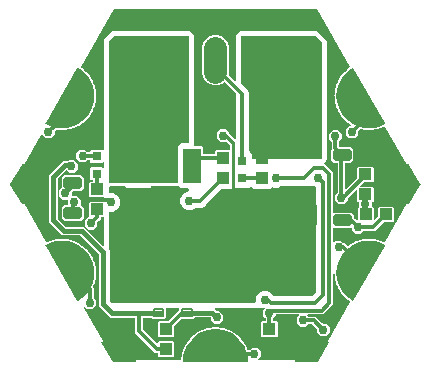
<source format=gbr>
G04 EAGLE Gerber RS-274X export*
G75*
%MOMM*%
%FSLAX34Y34*%
%LPD*%
%INTop Copper*%
%IPPOS*%
%AMOC8*
5,1,8,0,0,1.08239X$1,22.5*%
G01*
%ADD10R,1.100000X1.000000*%
%ADD11R,0.800000X0.800000*%
%ADD12C,0.499997*%
%ADD13C,0.200000*%
%ADD14R,1.600000X3.000000*%
%ADD15R,6.200000X5.800000*%
%ADD16R,3.200000X1.800000*%
%ADD17C,1.000000*%
%ADD18C,1.981200*%
%ADD19C,0.756400*%
%ADD20C,0.355600*%
%ADD21C,0.304800*%
%ADD22C,0.254000*%
%ADD23C,0.406400*%

G36*
X279138Y196216D02*
X279138Y196216D01*
X279166Y196214D01*
X279234Y196236D01*
X279305Y196250D01*
X279328Y196266D01*
X279355Y196275D01*
X279410Y196322D01*
X279469Y196363D01*
X279484Y196387D01*
X279506Y196405D01*
X279537Y196470D01*
X279576Y196530D01*
X279581Y196558D01*
X279593Y196584D01*
X279602Y196685D01*
X279609Y196727D01*
X279607Y196737D01*
X279608Y196750D01*
X279490Y198227D01*
X317323Y198227D01*
X317408Y198244D01*
X317493Y198256D01*
X317505Y198264D01*
X317519Y198266D01*
X317591Y198315D01*
X317665Y198360D01*
X317673Y198371D01*
X317685Y198379D01*
X317732Y198451D01*
X317783Y198522D01*
X317787Y198536D01*
X317794Y198547D01*
X317804Y198602D01*
X317828Y198696D01*
X317930Y200055D01*
X317921Y200125D01*
X317921Y200195D01*
X317909Y200226D01*
X317905Y200254D01*
X317880Y200298D01*
X317854Y200362D01*
X317851Y200367D01*
X317995Y201000D01*
X317996Y201034D01*
X318007Y201075D01*
X318055Y201722D01*
X318059Y201725D01*
X318103Y201781D01*
X318152Y201831D01*
X318165Y201861D01*
X318182Y201883D01*
X318196Y201933D01*
X318223Y201997D01*
X318750Y204307D01*
X318752Y204377D01*
X318762Y204447D01*
X318755Y204479D01*
X318755Y204507D01*
X318737Y204555D01*
X318721Y204622D01*
X318718Y204627D01*
X318955Y205231D01*
X318962Y205266D01*
X318978Y205304D01*
X319122Y205937D01*
X319127Y205939D01*
X319178Y205988D01*
X319235Y206030D01*
X319252Y206058D01*
X319272Y206078D01*
X319293Y206125D01*
X319329Y206184D01*
X320195Y208389D01*
X320207Y208459D01*
X320227Y208526D01*
X320225Y208559D01*
X320230Y208586D01*
X320218Y208637D01*
X320212Y208706D01*
X320211Y208711D01*
X320535Y209273D01*
X320547Y209306D01*
X320568Y209341D01*
X320805Y209945D01*
X320811Y209947D01*
X320868Y209988D01*
X320931Y210021D01*
X320952Y210046D01*
X320975Y210062D01*
X321002Y210106D01*
X321047Y210159D01*
X322232Y212210D01*
X322241Y212238D01*
X322244Y212243D01*
X322246Y212253D01*
X322254Y212277D01*
X322284Y212341D01*
X322287Y212374D01*
X322295Y212400D01*
X322292Y212452D01*
X322296Y212521D01*
X322296Y212526D01*
X322700Y213034D01*
X322716Y213065D01*
X322743Y213096D01*
X323067Y213658D01*
X323073Y213660D01*
X323136Y213691D01*
X323202Y213715D01*
X323227Y213736D01*
X323252Y213749D01*
X323286Y213788D01*
X323338Y213833D01*
X324815Y215686D01*
X324847Y215748D01*
X324887Y215807D01*
X324894Y215839D01*
X324907Y215864D01*
X324911Y215915D01*
X324925Y215983D01*
X324926Y215988D01*
X325401Y216430D01*
X325422Y216458D01*
X325453Y216485D01*
X325857Y216993D01*
X325863Y216993D01*
X325930Y217015D01*
X325999Y217028D01*
X326027Y217046D01*
X326054Y217055D01*
X326093Y217088D01*
X326151Y217126D01*
X327888Y218737D01*
X327929Y218794D01*
X327977Y218846D01*
X327989Y218877D01*
X328005Y218900D01*
X328017Y218950D01*
X328041Y219015D01*
X328042Y219020D01*
X328578Y219385D01*
X328603Y219410D01*
X328638Y219433D01*
X329113Y219874D01*
X329119Y219874D01*
X329188Y219885D01*
X329259Y219888D01*
X329289Y219902D01*
X329317Y219906D01*
X329360Y219933D01*
X329424Y219962D01*
X331381Y221296D01*
X331430Y221347D01*
X331485Y221391D01*
X331502Y221420D01*
X331521Y221440D01*
X331540Y221488D01*
X331574Y221548D01*
X331576Y221553D01*
X332161Y221835D01*
X332188Y221856D01*
X332226Y221873D01*
X332762Y222238D01*
X332768Y222237D01*
X332838Y222238D01*
X332909Y222230D01*
X332940Y222239D01*
X332968Y222239D01*
X333015Y222260D01*
X333082Y222278D01*
X335217Y223306D01*
X335273Y223349D01*
X335334Y223385D01*
X335354Y223410D01*
X335376Y223427D01*
X335402Y223472D01*
X335445Y223526D01*
X335448Y223531D01*
X336068Y223722D01*
X336098Y223739D01*
X336138Y223750D01*
X336723Y224032D01*
X336728Y224030D01*
X336798Y224020D01*
X336866Y224002D01*
X336899Y224006D01*
X336927Y224002D01*
X336977Y224016D01*
X337045Y224024D01*
X339309Y224722D01*
X339371Y224756D01*
X339437Y224782D01*
X339460Y224805D01*
X339485Y224818D01*
X339517Y224858D01*
X339568Y224906D01*
X339571Y224910D01*
X340212Y225007D01*
X340245Y225019D01*
X340286Y225024D01*
X340907Y225215D01*
X340911Y225212D01*
X340979Y225192D01*
X341044Y225165D01*
X341077Y225164D01*
X341104Y225156D01*
X341155Y225161D01*
X341224Y225159D01*
X343567Y225512D01*
X343633Y225537D01*
X343702Y225553D01*
X343729Y225571D01*
X343755Y225581D01*
X343793Y225616D01*
X343850Y225655D01*
X343854Y225659D01*
X344503Y225659D01*
X344537Y225666D01*
X344578Y225665D01*
X345220Y225762D01*
X345224Y225758D01*
X345288Y225729D01*
X345348Y225691D01*
X345380Y225685D01*
X345406Y225674D01*
X345457Y225672D01*
X345525Y225659D01*
X347895Y225659D01*
X347964Y225673D01*
X348034Y225679D01*
X348064Y225693D01*
X348091Y225699D01*
X348134Y225728D01*
X348196Y225758D01*
X348200Y225762D01*
X348842Y225665D01*
X348877Y225667D01*
X348917Y225659D01*
X349566Y225659D01*
X349570Y225655D01*
X349629Y225616D01*
X349683Y225570D01*
X349714Y225560D01*
X349737Y225544D01*
X349788Y225535D01*
X349853Y225512D01*
X352196Y225159D01*
X352267Y225163D01*
X352337Y225158D01*
X352368Y225168D01*
X352396Y225169D01*
X352443Y225192D01*
X352509Y225212D01*
X352513Y225215D01*
X353134Y225024D01*
X353168Y225020D01*
X353208Y225007D01*
X353849Y224910D01*
X353852Y224906D01*
X353905Y224858D01*
X353951Y224805D01*
X353980Y224790D01*
X354001Y224771D01*
X354050Y224754D01*
X354111Y224722D01*
X356375Y224024D01*
X356445Y224017D01*
X356514Y224002D01*
X356546Y224007D01*
X356574Y224004D01*
X356624Y224019D01*
X356692Y224030D01*
X356697Y224032D01*
X357282Y223750D01*
X357315Y223742D01*
X357352Y223722D01*
X357972Y223531D01*
X357975Y223526D01*
X358020Y223472D01*
X358058Y223412D01*
X358084Y223393D01*
X358102Y223371D01*
X358147Y223347D01*
X358203Y223306D01*
X360338Y222278D01*
X360406Y222261D01*
X360472Y222235D01*
X360505Y222236D01*
X360532Y222229D01*
X360583Y222236D01*
X360652Y222237D01*
X360658Y222238D01*
X361194Y221873D01*
X361226Y221859D01*
X361259Y221835D01*
X361844Y221553D01*
X361846Y221548D01*
X361882Y221487D01*
X361910Y221423D01*
X361934Y221400D01*
X361948Y221375D01*
X361990Y221345D01*
X362039Y221296D01*
X363996Y219962D01*
X364061Y219934D01*
X364123Y219899D01*
X364155Y219895D01*
X364181Y219884D01*
X364232Y219884D01*
X364301Y219874D01*
X364307Y219874D01*
X364782Y219433D01*
X364812Y219415D01*
X364842Y219385D01*
X365378Y219020D01*
X365379Y219015D01*
X365405Y218949D01*
X365424Y218881D01*
X365444Y218855D01*
X365454Y218829D01*
X365491Y218792D01*
X365532Y218737D01*
X367269Y217126D01*
X367329Y217089D01*
X367384Y217045D01*
X367416Y217036D01*
X367440Y217021D01*
X367491Y217013D01*
X367557Y216993D01*
X367563Y216993D01*
X367967Y216485D01*
X367994Y216463D01*
X368019Y216430D01*
X368494Y215988D01*
X368495Y215983D01*
X368511Y215914D01*
X368519Y215844D01*
X368535Y215815D01*
X368541Y215788D01*
X368572Y215747D01*
X368605Y215686D01*
X370082Y213833D01*
X370136Y213788D01*
X370184Y213737D01*
X370214Y213723D01*
X370235Y213705D01*
X370285Y213689D01*
X370347Y213660D01*
X370353Y213658D01*
X370677Y213096D01*
X370700Y213070D01*
X370720Y213034D01*
X371124Y212526D01*
X371124Y212521D01*
X371130Y212450D01*
X371128Y212380D01*
X371139Y212349D01*
X371141Y212321D01*
X371165Y212275D01*
X371188Y212210D01*
X372373Y210159D01*
X372420Y210106D01*
X372460Y210048D01*
X372487Y210029D01*
X372506Y210008D01*
X372552Y209986D01*
X372609Y209947D01*
X372615Y209945D01*
X372852Y209341D01*
X372870Y209312D01*
X372885Y209273D01*
X373209Y208711D01*
X373208Y208706D01*
X373203Y208635D01*
X373190Y208566D01*
X373197Y208534D01*
X373195Y208506D01*
X373212Y208457D01*
X373225Y208389D01*
X373839Y206825D01*
X373845Y206815D01*
X373848Y206804D01*
X373900Y206731D01*
X373948Y206656D01*
X373957Y206650D01*
X373964Y206641D01*
X374040Y206593D01*
X374113Y206543D01*
X374124Y206541D01*
X374134Y206535D01*
X374297Y206505D01*
X374310Y206503D01*
X374311Y206503D01*
X375318Y206503D01*
X375326Y206504D01*
X375333Y206503D01*
X375423Y206524D01*
X375514Y206542D01*
X375521Y206547D01*
X375528Y206549D01*
X375676Y206651D01*
X377532Y208507D01*
X381928Y208507D01*
X385037Y205398D01*
X385037Y201002D01*
X383127Y199093D01*
X383126Y199090D01*
X383124Y199089D01*
X383071Y199008D01*
X383017Y198926D01*
X383016Y198923D01*
X383015Y198921D01*
X382997Y198825D01*
X382979Y198729D01*
X382979Y198726D01*
X382979Y198724D01*
X383000Y198627D01*
X383021Y198533D01*
X383022Y198531D01*
X383023Y198528D01*
X383079Y198448D01*
X383135Y198368D01*
X383137Y198367D01*
X383139Y198365D01*
X383221Y198313D01*
X383304Y198261D01*
X383307Y198260D01*
X383309Y198259D01*
X383486Y198227D01*
X413930Y198227D01*
X413812Y196750D01*
X413816Y196721D01*
X413811Y196693D01*
X413828Y196624D01*
X413836Y196552D01*
X413851Y196528D01*
X413857Y196500D01*
X413900Y196442D01*
X413936Y196380D01*
X413958Y196363D01*
X413975Y196340D01*
X414037Y196303D01*
X414094Y196260D01*
X414122Y196253D01*
X414146Y196238D01*
X414246Y196222D01*
X414287Y196211D01*
X414297Y196213D01*
X414310Y196211D01*
X433310Y196211D01*
X433386Y196226D01*
X433464Y196235D01*
X433483Y196246D01*
X433505Y196250D01*
X433569Y196294D01*
X433637Y196333D01*
X433653Y196352D01*
X433669Y196363D01*
X433693Y196401D01*
X433743Y196461D01*
X443243Y212961D01*
X443252Y212988D01*
X443268Y213012D01*
X443283Y213082D01*
X443306Y213150D01*
X443303Y213178D01*
X443309Y213206D01*
X443296Y213277D01*
X443290Y213348D01*
X443277Y213373D01*
X443271Y213401D01*
X443231Y213461D01*
X443198Y213524D01*
X443176Y213542D01*
X443160Y213566D01*
X443077Y213624D01*
X443045Y213651D01*
X443034Y213654D01*
X443024Y213661D01*
X441705Y214285D01*
X460596Y247005D01*
X460623Y247087D01*
X460655Y247168D01*
X460655Y247182D01*
X460660Y247195D01*
X460653Y247282D01*
X460652Y247368D01*
X460646Y247381D01*
X460645Y247395D01*
X460606Y247472D01*
X460570Y247552D01*
X460560Y247562D01*
X460554Y247574D01*
X460511Y247609D01*
X460442Y247678D01*
X459322Y248441D01*
X459257Y248468D01*
X459195Y248503D01*
X459163Y248508D01*
X459137Y248519D01*
X459085Y248519D01*
X459017Y248529D01*
X459011Y248528D01*
X458536Y248970D01*
X458506Y248988D01*
X458476Y249017D01*
X457940Y249382D01*
X457939Y249388D01*
X457912Y249453D01*
X457894Y249521D01*
X457874Y249547D01*
X457864Y249573D01*
X457827Y249610D01*
X457786Y249665D01*
X456047Y251278D01*
X455987Y251314D01*
X455931Y251358D01*
X455900Y251368D01*
X455876Y251382D01*
X455825Y251390D01*
X455758Y251410D01*
X455753Y251410D01*
X455348Y251918D01*
X455322Y251940D01*
X455297Y251973D01*
X454821Y252414D01*
X454821Y252420D01*
X454804Y252488D01*
X454796Y252559D01*
X454780Y252587D01*
X454774Y252615D01*
X454743Y252656D01*
X454710Y252717D01*
X453231Y254571D01*
X453177Y254616D01*
X453129Y254667D01*
X453099Y254681D01*
X453078Y254699D01*
X453028Y254715D01*
X452966Y254744D01*
X452960Y254746D01*
X452636Y255308D01*
X452613Y255334D01*
X452593Y255370D01*
X452188Y255877D01*
X452189Y255883D01*
X452183Y255953D01*
X452185Y256024D01*
X452174Y256055D01*
X452172Y256083D01*
X452148Y256128D01*
X452124Y256193D01*
X450938Y258247D01*
X450891Y258300D01*
X450851Y258358D01*
X450824Y258376D01*
X450805Y258397D01*
X450759Y258419D01*
X450701Y258458D01*
X450696Y258460D01*
X450459Y259064D01*
X450440Y259093D01*
X450426Y259132D01*
X450101Y259694D01*
X450103Y259699D01*
X450107Y259770D01*
X450120Y259839D01*
X450114Y259871D01*
X450115Y259899D01*
X450098Y259948D01*
X450085Y260016D01*
X449218Y262223D01*
X449180Y262282D01*
X449149Y262346D01*
X449124Y262368D01*
X449109Y262392D01*
X449067Y262421D01*
X449015Y262467D01*
X449011Y262470D01*
X448866Y263103D01*
X448852Y263134D01*
X448844Y263175D01*
X448607Y263779D01*
X448609Y263784D01*
X448624Y263853D01*
X448647Y263920D01*
X448645Y263953D01*
X448651Y263980D01*
X448641Y264031D01*
X448638Y264100D01*
X448110Y266412D01*
X448081Y266476D01*
X448060Y266543D01*
X448039Y266569D01*
X448027Y266594D01*
X447990Y266629D01*
X447946Y266683D01*
X447942Y266687D01*
X447893Y267334D01*
X447884Y267367D01*
X447882Y267409D01*
X447737Y268041D01*
X447740Y268046D01*
X447765Y268112D01*
X447798Y268175D01*
X447801Y268207D01*
X447811Y268234D01*
X447809Y268285D01*
X447816Y268354D01*
X447639Y270719D01*
X447619Y270786D01*
X447609Y270856D01*
X447592Y270885D01*
X447584Y270912D01*
X447552Y270952D01*
X447517Y271012D01*
X447424Y271119D01*
X447411Y271129D01*
X447409Y271133D01*
X447405Y271135D01*
X447395Y271150D01*
X447329Y271194D01*
X447266Y271242D01*
X447245Y271248D01*
X447227Y271260D01*
X447149Y271274D01*
X447073Y271294D01*
X447051Y271291D01*
X447030Y271295D01*
X446952Y271278D01*
X446874Y271267D01*
X446855Y271256D01*
X446834Y271252D01*
X446769Y271206D01*
X446701Y271166D01*
X446688Y271148D01*
X446671Y271136D01*
X446629Y271068D01*
X446581Y271005D01*
X446576Y270984D01*
X446565Y270965D01*
X446546Y270863D01*
X446533Y270810D01*
X446535Y270800D01*
X446533Y270788D01*
X446533Y245012D01*
X438136Y236616D01*
X424894Y236616D01*
X424891Y236615D01*
X424889Y236616D01*
X424793Y236595D01*
X424697Y236576D01*
X424695Y236574D01*
X424693Y236574D01*
X424612Y236518D01*
X424532Y236463D01*
X424530Y236461D01*
X424528Y236460D01*
X424475Y236376D01*
X424422Y236295D01*
X424422Y236293D01*
X424420Y236290D01*
X424404Y236194D01*
X424387Y236098D01*
X424387Y236095D01*
X424387Y236093D01*
X424409Y235998D01*
X424430Y235902D01*
X424432Y235900D01*
X424432Y235898D01*
X424535Y235750D01*
X425269Y235016D01*
X425276Y235011D01*
X425280Y235005D01*
X425359Y234956D01*
X425436Y234905D01*
X425444Y234903D01*
X425451Y234899D01*
X425628Y234867D01*
X431474Y234867D01*
X437365Y228975D01*
X437372Y228971D01*
X437377Y228965D01*
X437455Y228916D01*
X437532Y228864D01*
X437540Y228863D01*
X437547Y228859D01*
X437724Y228827D01*
X440348Y228827D01*
X443457Y225718D01*
X443457Y221322D01*
X440348Y218213D01*
X435952Y218213D01*
X432843Y221322D01*
X432843Y223946D01*
X432842Y223954D01*
X432843Y223961D01*
X432822Y224051D01*
X432804Y224142D01*
X432799Y224149D01*
X432797Y224157D01*
X432695Y224305D01*
X428886Y228113D01*
X428880Y228117D01*
X428875Y228124D01*
X428796Y228173D01*
X428719Y228224D01*
X428712Y228225D01*
X428705Y228230D01*
X428528Y228262D01*
X425628Y228262D01*
X425620Y228260D01*
X425612Y228261D01*
X425523Y228240D01*
X425431Y228222D01*
X425425Y228218D01*
X425417Y228216D01*
X425269Y228113D01*
X423414Y226258D01*
X419018Y226258D01*
X415909Y229366D01*
X415909Y233762D01*
X417896Y235750D01*
X417898Y235752D01*
X417900Y235753D01*
X417952Y235834D01*
X418007Y235917D01*
X418008Y235919D01*
X418009Y235921D01*
X418026Y236017D01*
X418045Y236113D01*
X418044Y236116D01*
X418045Y236119D01*
X418023Y236215D01*
X418003Y236310D01*
X418002Y236312D01*
X418001Y236314D01*
X417945Y236394D01*
X417889Y236474D01*
X417887Y236476D01*
X417885Y236478D01*
X417802Y236529D01*
X417720Y236582D01*
X417717Y236582D01*
X417715Y236584D01*
X417538Y236616D01*
X398244Y236616D01*
X398239Y236615D01*
X398234Y236615D01*
X398141Y236595D01*
X398047Y236576D01*
X398043Y236573D01*
X398038Y236572D01*
X397960Y236517D01*
X397882Y236463D01*
X397879Y236459D01*
X397875Y236456D01*
X397824Y236375D01*
X397772Y236295D01*
X397772Y236290D01*
X397769Y236286D01*
X397737Y236108D01*
X397737Y235701D01*
X395881Y233846D01*
X395877Y233839D01*
X395871Y233835D01*
X395822Y233756D01*
X395770Y233679D01*
X395769Y233671D01*
X395765Y233665D01*
X395733Y233487D01*
X395733Y231432D01*
X395734Y231427D01*
X395733Y231422D01*
X395754Y231329D01*
X395772Y231235D01*
X395775Y231231D01*
X395776Y231226D01*
X395832Y231148D01*
X395885Y231070D01*
X395889Y231067D01*
X395892Y231063D01*
X395974Y231012D01*
X396053Y230960D01*
X396058Y230960D01*
X396063Y230957D01*
X396240Y230925D01*
X398562Y230925D01*
X399455Y230032D01*
X399455Y218768D01*
X398562Y217875D01*
X386298Y217875D01*
X385405Y218768D01*
X385405Y230032D01*
X386298Y230925D01*
X388620Y230925D01*
X388625Y230926D01*
X388630Y230925D01*
X388723Y230946D01*
X388817Y230964D01*
X388821Y230967D01*
X388826Y230968D01*
X388904Y231024D01*
X388982Y231077D01*
X388985Y231081D01*
X388989Y231084D01*
X389040Y231166D01*
X389092Y231245D01*
X389092Y231250D01*
X389095Y231255D01*
X389127Y231432D01*
X389127Y233487D01*
X389126Y233495D01*
X389127Y233503D01*
X389106Y233593D01*
X389088Y233684D01*
X389083Y233690D01*
X389081Y233698D01*
X388979Y233846D01*
X387123Y235701D01*
X387123Y240098D01*
X388221Y241195D01*
X388222Y241198D01*
X388225Y241199D01*
X388277Y241279D01*
X388332Y241362D01*
X388332Y241365D01*
X388334Y241367D01*
X388351Y241463D01*
X388370Y241559D01*
X388369Y241562D01*
X388369Y241564D01*
X388348Y241661D01*
X388328Y241755D01*
X388326Y241757D01*
X388326Y241760D01*
X388269Y241840D01*
X388214Y241920D01*
X388211Y241921D01*
X388210Y241923D01*
X388126Y241976D01*
X388044Y242027D01*
X388042Y242028D01*
X388040Y242029D01*
X387862Y242061D01*
X346423Y242061D01*
X346421Y242061D01*
X346418Y242061D01*
X346323Y242041D01*
X346227Y242022D01*
X346225Y242020D01*
X346222Y242020D01*
X346141Y241964D01*
X346061Y241909D01*
X346060Y241907D01*
X346057Y241905D01*
X346004Y241822D01*
X345952Y241741D01*
X345951Y241738D01*
X345950Y241736D01*
X345934Y241640D01*
X345916Y241544D01*
X345917Y241541D01*
X345916Y241539D01*
X345938Y241444D01*
X345960Y241348D01*
X345961Y241346D01*
X345962Y241343D01*
X346065Y241195D01*
X347602Y239658D01*
X347609Y239653D01*
X347614Y239647D01*
X347692Y239598D01*
X347769Y239547D01*
X347777Y239545D01*
X347784Y239541D01*
X347961Y239509D01*
X350138Y239509D01*
X353247Y236400D01*
X353247Y232004D01*
X350138Y228896D01*
X345742Y228896D01*
X342633Y232004D01*
X342633Y234061D01*
X342632Y234066D01*
X342633Y234071D01*
X342612Y234164D01*
X342594Y234258D01*
X342591Y234262D01*
X342590Y234267D01*
X342534Y234345D01*
X342481Y234423D01*
X342477Y234426D01*
X342474Y234430D01*
X342392Y234481D01*
X342313Y234533D01*
X342308Y234533D01*
X342303Y234536D01*
X342126Y234568D01*
X329547Y234568D01*
X329542Y234567D01*
X329537Y234568D01*
X329444Y234547D01*
X329350Y234529D01*
X329346Y234526D01*
X329341Y234525D01*
X329263Y234469D01*
X329185Y234416D01*
X329182Y234412D01*
X329178Y234409D01*
X329127Y234327D01*
X329075Y234248D01*
X329075Y234243D01*
X329072Y234238D01*
X329044Y234083D01*
X327561Y232600D01*
X317881Y232600D01*
X317873Y232599D01*
X317866Y232600D01*
X317776Y232579D01*
X317685Y232561D01*
X317678Y232556D01*
X317670Y232554D01*
X317522Y232452D01*
X311973Y226903D01*
X311969Y226896D01*
X311963Y226891D01*
X311914Y226813D01*
X311862Y226736D01*
X311861Y226728D01*
X311857Y226721D01*
X311825Y226544D01*
X311825Y218768D01*
X310932Y217875D01*
X298668Y217875D01*
X297775Y218768D01*
X297775Y230032D01*
X298668Y230925D01*
X306444Y230925D01*
X306452Y230926D01*
X306459Y230925D01*
X306549Y230946D01*
X306640Y230964D01*
X306647Y230969D01*
X306655Y230971D01*
X306803Y231073D01*
X315842Y240112D01*
X315846Y240119D01*
X315852Y240124D01*
X315901Y240202D01*
X315953Y240279D01*
X315954Y240287D01*
X315958Y240294D01*
X315990Y240471D01*
X315990Y241554D01*
X315989Y241559D01*
X315990Y241564D01*
X315969Y241657D01*
X315951Y241751D01*
X315948Y241755D01*
X315947Y241760D01*
X315891Y241838D01*
X315838Y241916D01*
X315834Y241919D01*
X315831Y241923D01*
X315749Y241974D01*
X315670Y242026D01*
X315665Y242026D01*
X315660Y242029D01*
X315483Y242061D01*
X305547Y242061D01*
X305542Y242060D01*
X305537Y242061D01*
X305444Y242040D01*
X305350Y242022D01*
X305346Y242019D01*
X305341Y242018D01*
X305263Y241962D01*
X305185Y241909D01*
X305182Y241905D01*
X305178Y241902D01*
X305127Y241820D01*
X305075Y241741D01*
X305075Y241736D01*
X305072Y241731D01*
X305040Y241554D01*
X305040Y234079D01*
X303561Y232600D01*
X293469Y232600D01*
X292285Y233785D01*
X292278Y233789D01*
X292274Y233795D01*
X292195Y233844D01*
X292118Y233896D01*
X292110Y233897D01*
X292103Y233901D01*
X291926Y233933D01*
X285750Y233933D01*
X285745Y233932D01*
X285740Y233933D01*
X285647Y233912D01*
X285553Y233894D01*
X285549Y233891D01*
X285544Y233890D01*
X285466Y233834D01*
X285388Y233781D01*
X285385Y233777D01*
X285381Y233774D01*
X285330Y233692D01*
X285278Y233613D01*
X285278Y233608D01*
X285275Y233603D01*
X285243Y233426D01*
X285243Y224196D01*
X285244Y224188D01*
X285243Y224180D01*
X285264Y224091D01*
X285282Y223999D01*
X285287Y223993D01*
X285289Y223985D01*
X285391Y223837D01*
X296909Y212319D01*
X296912Y212318D01*
X296913Y212315D01*
X296994Y212263D01*
X297076Y212208D01*
X297079Y212208D01*
X297081Y212206D01*
X297177Y212189D01*
X297273Y212171D01*
X297276Y212171D01*
X297278Y212171D01*
X297375Y212192D01*
X297469Y212212D01*
X297471Y212214D01*
X297474Y212214D01*
X297554Y212271D01*
X297634Y212326D01*
X297635Y212329D01*
X297637Y212330D01*
X297689Y212413D01*
X297741Y212496D01*
X297742Y212498D01*
X297743Y212500D01*
X297775Y212678D01*
X297775Y213032D01*
X298668Y213925D01*
X310932Y213925D01*
X311825Y213032D01*
X311825Y201768D01*
X310932Y200875D01*
X298668Y200875D01*
X297775Y201768D01*
X297775Y203590D01*
X297774Y203595D01*
X297775Y203600D01*
X297754Y203693D01*
X297736Y203787D01*
X297733Y203791D01*
X297732Y203796D01*
X297676Y203874D01*
X297623Y203952D01*
X297619Y203955D01*
X297616Y203959D01*
X297534Y204010D01*
X297455Y204062D01*
X297450Y204062D01*
X297445Y204065D01*
X297268Y204097D01*
X295790Y204097D01*
X278637Y221250D01*
X278637Y233426D01*
X278636Y233431D01*
X278637Y233436D01*
X278617Y233528D01*
X278598Y233623D01*
X278595Y233627D01*
X278594Y233632D01*
X278538Y233710D01*
X278485Y233788D01*
X278481Y233791D01*
X278478Y233795D01*
X278396Y233846D01*
X278317Y233898D01*
X278312Y233898D01*
X278307Y233901D01*
X278130Y233933D01*
X257607Y233933D01*
X247903Y243637D01*
X247903Y287659D01*
X247902Y287667D01*
X247903Y287675D01*
X247882Y287764D01*
X247864Y287856D01*
X247859Y287862D01*
X247857Y287870D01*
X247755Y288018D01*
X232138Y303635D01*
X232131Y303639D01*
X232127Y303645D01*
X232048Y303694D01*
X231971Y303746D01*
X231963Y303747D01*
X231956Y303751D01*
X231779Y303783D01*
X216967Y303783D01*
X205993Y314757D01*
X205993Y354533D01*
X218237Y366777D01*
X221902Y366777D01*
X221910Y366778D01*
X221917Y366777D01*
X222007Y366798D01*
X222098Y366816D01*
X222105Y366821D01*
X222112Y366823D01*
X222260Y366925D01*
X222592Y367257D01*
X226988Y367257D01*
X230097Y364148D01*
X230097Y359752D01*
X226988Y356643D01*
X222592Y356643D01*
X220736Y358499D01*
X220732Y358502D01*
X220729Y358506D01*
X220648Y358557D01*
X220569Y358610D01*
X220564Y358611D01*
X220560Y358614D01*
X220466Y358630D01*
X220372Y358647D01*
X220367Y358646D01*
X220362Y358647D01*
X220270Y358626D01*
X220176Y358606D01*
X220172Y358603D01*
X220167Y358602D01*
X220019Y358499D01*
X213255Y351735D01*
X213251Y351729D01*
X213245Y351724D01*
X213196Y351646D01*
X213144Y351568D01*
X213143Y351561D01*
X213139Y351554D01*
X213107Y351377D01*
X213107Y317913D01*
X213108Y317906D01*
X213107Y317898D01*
X213128Y317808D01*
X213146Y317717D01*
X213151Y317710D01*
X213153Y317703D01*
X213255Y317555D01*
X219765Y311045D01*
X219771Y311041D01*
X219776Y311035D01*
X219854Y310986D01*
X219932Y310934D01*
X219939Y310933D01*
X219946Y310929D01*
X220123Y310897D01*
X234936Y310897D01*
X251355Y294477D01*
X251358Y294476D01*
X251359Y294473D01*
X251440Y294421D01*
X251522Y294366D01*
X251525Y294366D01*
X251527Y294364D01*
X251623Y294347D01*
X251719Y294329D01*
X251722Y294329D01*
X251724Y294329D01*
X251821Y294350D01*
X251915Y294370D01*
X251917Y294372D01*
X251920Y294372D01*
X252000Y294429D01*
X252080Y294484D01*
X252081Y294487D01*
X252083Y294488D01*
X252135Y294571D01*
X252187Y294654D01*
X252188Y294656D01*
X252189Y294658D01*
X252221Y294836D01*
X252221Y318478D01*
X252220Y318483D01*
X252221Y318488D01*
X252200Y318581D01*
X252182Y318675D01*
X252179Y318679D01*
X252178Y318684D01*
X252122Y318762D01*
X252069Y318840D01*
X252065Y318843D01*
X252062Y318847D01*
X251980Y318898D01*
X251901Y318950D01*
X251896Y318950D01*
X251891Y318953D01*
X251714Y318985D01*
X250505Y318985D01*
X250489Y318982D01*
X250472Y318984D01*
X250391Y318962D01*
X250308Y318946D01*
X250295Y318936D01*
X250279Y318932D01*
X250212Y318880D01*
X250143Y318833D01*
X250134Y318819D01*
X250121Y318809D01*
X250079Y318736D01*
X250033Y318665D01*
X250031Y318649D01*
X250022Y318634D01*
X250006Y318513D01*
X249998Y318468D01*
X249999Y318462D01*
X249998Y318456D01*
X250027Y317796D01*
X250000Y317753D01*
X250000Y317749D01*
X249998Y317746D01*
X249993Y317712D01*
X249060Y316780D01*
X249057Y316774D01*
X249052Y316771D01*
X249050Y316767D01*
X249045Y316763D01*
X248152Y315788D01*
X248102Y315776D01*
X248099Y315774D01*
X248096Y315773D01*
X248069Y315753D01*
X247954Y315674D01*
X246755Y314475D01*
X246751Y314468D01*
X246745Y314463D01*
X246696Y314385D01*
X246644Y314308D01*
X246643Y314300D01*
X246639Y314293D01*
X246607Y314116D01*
X246607Y311492D01*
X243498Y308383D01*
X239102Y308383D01*
X235993Y311492D01*
X235993Y315888D01*
X239124Y319019D01*
X239209Y319036D01*
X239211Y319038D01*
X239214Y319038D01*
X239294Y319094D01*
X239375Y319149D01*
X239376Y319151D01*
X239378Y319153D01*
X239431Y319236D01*
X239484Y319317D01*
X239484Y319320D01*
X239486Y319322D01*
X239502Y319418D01*
X239520Y319514D01*
X239519Y319517D01*
X239519Y319520D01*
X239498Y319613D01*
X239476Y319710D01*
X239474Y319712D01*
X239474Y319715D01*
X239371Y319863D01*
X239355Y319878D01*
X239355Y331142D01*
X240248Y332035D01*
X251714Y332035D01*
X251719Y332036D01*
X251724Y332035D01*
X251817Y332056D01*
X251911Y332074D01*
X251915Y332077D01*
X251920Y332078D01*
X251998Y332134D01*
X252076Y332187D01*
X252079Y332191D01*
X252083Y332194D01*
X252134Y332276D01*
X252186Y332355D01*
X252186Y332360D01*
X252189Y332365D01*
X252221Y332542D01*
X252221Y335478D01*
X252220Y335483D01*
X252221Y335488D01*
X252200Y335581D01*
X252182Y335675D01*
X252179Y335679D01*
X252178Y335684D01*
X252122Y335762D01*
X252069Y335840D01*
X252065Y335843D01*
X252062Y335847D01*
X251980Y335898D01*
X251901Y335950D01*
X251896Y335950D01*
X251891Y335953D01*
X251714Y335985D01*
X240248Y335985D01*
X239355Y336878D01*
X239355Y348142D01*
X240248Y349035D01*
X242570Y349035D01*
X242575Y349036D01*
X242580Y349035D01*
X242673Y349056D01*
X242767Y349074D01*
X242771Y349077D01*
X242776Y349078D01*
X242854Y349134D01*
X242932Y349187D01*
X242935Y349191D01*
X242939Y349194D01*
X242990Y349276D01*
X243042Y349355D01*
X243042Y349360D01*
X243045Y349365D01*
X243077Y349542D01*
X243077Y349688D01*
X243076Y349693D01*
X243077Y349698D01*
X243056Y349791D01*
X243038Y349885D01*
X243035Y349889D01*
X243034Y349894D01*
X242978Y349972D01*
X242925Y350050D01*
X242921Y350053D01*
X242918Y350057D01*
X242836Y350108D01*
X242757Y350160D01*
X242752Y350160D01*
X242747Y350163D01*
X242570Y350195D01*
X241748Y350195D01*
X240855Y351088D01*
X240855Y360352D01*
X241748Y361245D01*
X251012Y361245D01*
X251355Y360901D01*
X251358Y360899D01*
X251359Y360897D01*
X251440Y360845D01*
X251522Y360790D01*
X251525Y360789D01*
X251527Y360788D01*
X251623Y360771D01*
X251719Y360752D01*
X251722Y360753D01*
X251724Y360752D01*
X251821Y360774D01*
X251915Y360794D01*
X251917Y360795D01*
X251920Y360796D01*
X252000Y360853D01*
X252080Y360908D01*
X252081Y360911D01*
X252083Y360912D01*
X252135Y360995D01*
X252187Y361077D01*
X252188Y361080D01*
X252189Y361082D01*
X252221Y361260D01*
X252221Y365180D01*
X252221Y365183D01*
X252221Y365186D01*
X252201Y365281D01*
X252182Y365377D01*
X252180Y365379D01*
X252180Y365382D01*
X252124Y365461D01*
X252069Y365543D01*
X252067Y365544D01*
X252065Y365546D01*
X251982Y365599D01*
X251901Y365652D01*
X251898Y365652D01*
X251896Y365654D01*
X251800Y365670D01*
X251704Y365688D01*
X251701Y365687D01*
X251699Y365687D01*
X251604Y365665D01*
X251508Y365644D01*
X251506Y365642D01*
X251503Y365642D01*
X251355Y365539D01*
X251012Y365195D01*
X241748Y365195D01*
X240855Y366088D01*
X240855Y367030D01*
X240854Y367035D01*
X240855Y367040D01*
X240834Y367133D01*
X240816Y367227D01*
X240813Y367231D01*
X240812Y367236D01*
X240756Y367314D01*
X240703Y367392D01*
X240699Y367395D01*
X240696Y367399D01*
X240614Y367450D01*
X240535Y367502D01*
X240530Y367502D01*
X240525Y367505D01*
X240348Y367537D01*
X238727Y367537D01*
X238719Y367536D01*
X238712Y367537D01*
X238622Y367516D01*
X238531Y367498D01*
X238524Y367493D01*
X238517Y367491D01*
X238369Y367389D01*
X236513Y365533D01*
X232117Y365533D01*
X229008Y368642D01*
X229008Y373038D01*
X232117Y376147D01*
X236513Y376147D01*
X238369Y374291D01*
X238375Y374287D01*
X238380Y374281D01*
X238458Y374232D01*
X238536Y374180D01*
X238543Y374179D01*
X238550Y374175D01*
X238727Y374143D01*
X240348Y374143D01*
X240353Y374144D01*
X240358Y374143D01*
X240451Y374164D01*
X240545Y374182D01*
X240549Y374185D01*
X240554Y374186D01*
X240632Y374242D01*
X240710Y374295D01*
X240713Y374299D01*
X240717Y374302D01*
X240768Y374384D01*
X240820Y374463D01*
X240820Y374468D01*
X240823Y374473D01*
X240855Y374650D01*
X240855Y375352D01*
X241748Y376245D01*
X251012Y376245D01*
X251355Y375901D01*
X251358Y375899D01*
X251359Y375897D01*
X251440Y375845D01*
X251522Y375790D01*
X251525Y375789D01*
X251527Y375788D01*
X251623Y375771D01*
X251719Y375752D01*
X251722Y375753D01*
X251724Y375752D01*
X251821Y375774D01*
X251915Y375794D01*
X251917Y375795D01*
X251920Y375796D01*
X252000Y375853D01*
X252080Y375908D01*
X252081Y375911D01*
X252083Y375912D01*
X252135Y375995D01*
X252187Y376077D01*
X252188Y376080D01*
X252189Y376082D01*
X252221Y376260D01*
X252221Y468472D01*
X253072Y470526D01*
X258454Y475908D01*
X259254Y476239D01*
X260479Y476747D01*
X260508Y476759D01*
X324327Y476759D01*
X326381Y475908D01*
X327953Y474336D01*
X328804Y472282D01*
X328804Y379662D01*
X328805Y379657D01*
X328804Y379652D01*
X328825Y379559D01*
X328843Y379465D01*
X328846Y379461D01*
X328847Y379456D01*
X328903Y379378D01*
X328956Y379300D01*
X328960Y379297D01*
X328963Y379293D01*
X329045Y379242D01*
X329124Y379190D01*
X329129Y379190D01*
X329134Y379187D01*
X329311Y379155D01*
X335657Y379155D01*
X336550Y378262D01*
X336550Y372990D01*
X336551Y372985D01*
X336550Y372980D01*
X336571Y372887D01*
X336589Y372793D01*
X336592Y372789D01*
X336593Y372784D01*
X336649Y372706D01*
X336702Y372628D01*
X336706Y372625D01*
X336709Y372621D01*
X336791Y372570D01*
X336870Y372518D01*
X336875Y372518D01*
X336880Y372515D01*
X337057Y372483D01*
X345528Y372483D01*
X345533Y372484D01*
X345538Y372483D01*
X345631Y372504D01*
X345725Y372522D01*
X345729Y372525D01*
X345734Y372526D01*
X345812Y372582D01*
X345890Y372635D01*
X345893Y372639D01*
X345897Y372642D01*
X345948Y372724D01*
X346000Y372803D01*
X346000Y372808D01*
X346003Y372813D01*
X346035Y372990D01*
X346035Y374812D01*
X346928Y375705D01*
X358648Y375705D01*
X358653Y375706D01*
X358658Y375705D01*
X358751Y375726D01*
X358845Y375744D01*
X358849Y375747D01*
X358854Y375748D01*
X358932Y375804D01*
X359010Y375857D01*
X359013Y375861D01*
X359017Y375864D01*
X359068Y375946D01*
X359120Y376025D01*
X359120Y376030D01*
X359123Y376035D01*
X359155Y376212D01*
X359155Y379549D01*
X359154Y379557D01*
X359155Y379564D01*
X359134Y379654D01*
X359116Y379745D01*
X359111Y379752D01*
X359109Y379760D01*
X359007Y379908D01*
X356106Y382809D01*
X356101Y382811D01*
X356098Y382816D01*
X356018Y382867D01*
X355939Y382919D01*
X355934Y382920D01*
X355929Y382923D01*
X355836Y382939D01*
X355742Y382957D01*
X355737Y382956D01*
X355732Y382957D01*
X355639Y382935D01*
X355546Y382915D01*
X355541Y382912D01*
X355536Y382911D01*
X355388Y382808D01*
X355258Y382678D01*
X350862Y382678D01*
X347753Y385787D01*
X347753Y390183D01*
X350862Y393292D01*
X355258Y393292D01*
X358367Y390183D01*
X358367Y390099D01*
X358368Y390091D01*
X358367Y390084D01*
X358388Y389994D01*
X358406Y389903D01*
X358411Y389896D01*
X358413Y389888D01*
X358515Y389740D01*
X359051Y389204D01*
X363115Y385140D01*
X363118Y385139D01*
X363119Y385137D01*
X363200Y385084D01*
X363282Y385029D01*
X363285Y385029D01*
X363287Y385028D01*
X363383Y385010D01*
X363479Y384992D01*
X363482Y384992D01*
X363484Y384992D01*
X363581Y385013D01*
X363675Y385033D01*
X363677Y385035D01*
X363680Y385036D01*
X363760Y385092D01*
X363840Y385148D01*
X363841Y385150D01*
X363843Y385152D01*
X363895Y385234D01*
X363947Y385317D01*
X363948Y385320D01*
X363949Y385322D01*
X363981Y385499D01*
X363981Y423618D01*
X363980Y423626D01*
X363981Y423633D01*
X363960Y423723D01*
X363942Y423814D01*
X363937Y423821D01*
X363935Y423829D01*
X363833Y423977D01*
X354594Y433215D01*
X354590Y433218D01*
X354587Y433222D01*
X354506Y433274D01*
X354427Y433326D01*
X354422Y433327D01*
X354417Y433330D01*
X354324Y433346D01*
X354230Y433364D01*
X354225Y433363D01*
X354220Y433364D01*
X354127Y433342D01*
X354034Y433322D01*
X354030Y433319D01*
X354025Y433318D01*
X353877Y433215D01*
X353185Y432523D01*
X351992Y432029D01*
X350768Y431522D01*
X350767Y431522D01*
X349543Y431015D01*
X348984Y430783D01*
X344436Y430783D01*
X340235Y432523D01*
X337019Y435739D01*
X335279Y439940D01*
X335279Y464300D01*
X337019Y468501D01*
X340235Y471717D01*
X341357Y472181D01*
X342582Y472689D01*
X343806Y473196D01*
X344436Y473457D01*
X348984Y473457D01*
X353185Y471717D01*
X356401Y468501D01*
X358141Y464300D01*
X358141Y439940D01*
X357998Y439596D01*
X357997Y439589D01*
X357993Y439584D01*
X357977Y439491D01*
X357959Y439399D01*
X357961Y439392D01*
X357960Y439386D01*
X357981Y439295D01*
X358000Y439203D01*
X358004Y439197D01*
X358005Y439191D01*
X358108Y439043D01*
X363115Y434035D01*
X363118Y434034D01*
X363119Y434032D01*
X363200Y433979D01*
X363282Y433924D01*
X363285Y433924D01*
X363287Y433923D01*
X363383Y433905D01*
X363479Y433887D01*
X363482Y433887D01*
X363484Y433887D01*
X363581Y433908D01*
X363675Y433928D01*
X363677Y433930D01*
X363680Y433931D01*
X363760Y433987D01*
X363840Y434043D01*
X363841Y434045D01*
X363843Y434047D01*
X363895Y434129D01*
X363947Y434212D01*
X363948Y434215D01*
X363949Y434217D01*
X363981Y434394D01*
X363981Y472282D01*
X364832Y474336D01*
X366404Y475908D01*
X367204Y476239D01*
X368429Y476747D01*
X368458Y476759D01*
X431642Y476759D01*
X433696Y475908D01*
X435339Y474264D01*
X440348Y469256D01*
X441199Y467202D01*
X441199Y368458D01*
X440348Y366404D01*
X438792Y364849D01*
X438791Y364846D01*
X438789Y364845D01*
X438736Y364764D01*
X438681Y364682D01*
X438681Y364679D01*
X438679Y364677D01*
X438662Y364581D01*
X438644Y364485D01*
X438644Y364482D01*
X438644Y364480D01*
X438665Y364383D01*
X438685Y364289D01*
X438687Y364287D01*
X438687Y364284D01*
X438744Y364204D01*
X438800Y364124D01*
X438802Y364123D01*
X438803Y364121D01*
X438887Y364068D01*
X438969Y364017D01*
X438971Y364016D01*
X438974Y364015D01*
X439151Y363983D01*
X439518Y363983D01*
X441601Y361899D01*
X444449Y359051D01*
X444450Y359051D01*
X446533Y356968D01*
X446533Y323019D01*
X446533Y323017D01*
X446533Y323014D01*
X446553Y322920D01*
X446572Y322823D01*
X446574Y322820D01*
X446574Y322818D01*
X446630Y322738D01*
X446685Y322657D01*
X446687Y322655D01*
X446689Y322653D01*
X446772Y322600D01*
X446853Y322548D01*
X446856Y322547D01*
X446858Y322546D01*
X446954Y322529D01*
X447050Y322512D01*
X447053Y322513D01*
X447055Y322512D01*
X447149Y322534D01*
X447246Y322556D01*
X447248Y322557D01*
X447251Y322558D01*
X447399Y322660D01*
X447493Y322755D01*
X461827Y322755D01*
X464185Y320397D01*
X464185Y318414D01*
X464186Y318407D01*
X464185Y318399D01*
X464206Y318309D01*
X464224Y318218D01*
X464229Y318211D01*
X464231Y318204D01*
X464333Y318056D01*
X464939Y317450D01*
X464940Y317449D01*
X466209Y316180D01*
X466212Y316178D01*
X466213Y316176D01*
X466294Y316123D01*
X466376Y316069D01*
X466379Y316068D01*
X466381Y316067D01*
X466477Y316049D01*
X466573Y316031D01*
X466576Y316032D01*
X466578Y316031D01*
X466675Y316053D01*
X466769Y316073D01*
X466771Y316074D01*
X466774Y316075D01*
X466854Y316132D01*
X466934Y316187D01*
X466935Y316189D01*
X466937Y316191D01*
X466989Y316274D01*
X467041Y316356D01*
X467042Y316359D01*
X467043Y316361D01*
X467075Y316538D01*
X467075Y326942D01*
X467986Y327853D01*
X467999Y327856D01*
X468093Y327874D01*
X468097Y327877D01*
X468102Y327878D01*
X468180Y327934D01*
X468258Y327987D01*
X468261Y327991D01*
X468265Y327994D01*
X468316Y328076D01*
X468368Y328155D01*
X468368Y328160D01*
X468371Y328165D01*
X468403Y328342D01*
X468403Y331178D01*
X468402Y331183D01*
X468403Y331188D01*
X468382Y331281D01*
X468364Y331375D01*
X468361Y331379D01*
X468360Y331384D01*
X468304Y331462D01*
X468251Y331540D01*
X468247Y331543D01*
X468244Y331547D01*
X468162Y331598D01*
X468083Y331650D01*
X468078Y331650D01*
X468073Y331653D01*
X467896Y331685D01*
X467578Y331685D01*
X466685Y332578D01*
X466685Y341468D01*
X466685Y341470D01*
X466685Y341473D01*
X466665Y341568D01*
X466646Y341664D01*
X466644Y341667D01*
X466644Y341669D01*
X466588Y341750D01*
X466533Y341830D01*
X466531Y341832D01*
X466529Y341834D01*
X466446Y341887D01*
X466365Y341939D01*
X466362Y341940D01*
X466360Y341941D01*
X466264Y341958D01*
X466168Y341975D01*
X466165Y341974D01*
X466163Y341975D01*
X466069Y341953D01*
X465972Y341931D01*
X465970Y341930D01*
X465967Y341929D01*
X465819Y341827D01*
X458845Y334853D01*
X458841Y334846D01*
X458835Y334841D01*
X458786Y334763D01*
X458734Y334686D01*
X458733Y334678D01*
X458729Y334671D01*
X458697Y334494D01*
X458697Y333140D01*
X455588Y330031D01*
X451192Y330031D01*
X448083Y333140D01*
X448083Y337536D01*
X449939Y339392D01*
X449940Y339393D01*
X449942Y339394D01*
X449945Y339399D01*
X449949Y339403D01*
X449998Y339481D01*
X450050Y339559D01*
X450050Y339562D01*
X450051Y339563D01*
X450052Y339567D01*
X450055Y339573D01*
X450087Y339750D01*
X450087Y364443D01*
X450086Y364448D01*
X450087Y364453D01*
X450066Y364546D01*
X450048Y364640D01*
X450045Y364644D01*
X450044Y364649D01*
X449988Y364727D01*
X449935Y364805D01*
X449931Y364808D01*
X449928Y364813D01*
X449846Y364863D01*
X449767Y364915D01*
X449762Y364916D01*
X449757Y364918D01*
X449580Y364950D01*
X446858Y364950D01*
X444500Y367308D01*
X444500Y375642D01*
X444859Y376000D01*
X444863Y376007D01*
X444869Y376012D01*
X444918Y376090D01*
X444970Y376167D01*
X444971Y376175D01*
X444975Y376182D01*
X445007Y376359D01*
X445007Y382938D01*
X445006Y382946D01*
X445007Y382953D01*
X444986Y383043D01*
X444968Y383134D01*
X444963Y383141D01*
X444961Y383148D01*
X444859Y383296D01*
X443003Y385152D01*
X443003Y389548D01*
X446112Y392657D01*
X450508Y392657D01*
X453617Y389548D01*
X453617Y385152D01*
X451761Y383296D01*
X451757Y383290D01*
X451751Y383285D01*
X451702Y383207D01*
X451650Y383129D01*
X451649Y383122D01*
X451645Y383115D01*
X451613Y382938D01*
X451613Y378768D01*
X451614Y378760D01*
X451613Y378753D01*
X451634Y378663D01*
X451652Y378572D01*
X451657Y378565D01*
X451659Y378557D01*
X451761Y378409D01*
X452023Y378148D01*
X452029Y378144D01*
X452034Y378137D01*
X452112Y378089D01*
X452189Y378037D01*
X452197Y378036D01*
X452204Y378032D01*
X452381Y378000D01*
X461192Y378000D01*
X463550Y375642D01*
X463550Y367308D01*
X461192Y364950D01*
X457200Y364950D01*
X457195Y364949D01*
X457190Y364950D01*
X457097Y364929D01*
X457003Y364911D01*
X456999Y364908D01*
X456994Y364907D01*
X456916Y364851D01*
X456838Y364798D01*
X456835Y364794D01*
X456831Y364791D01*
X456780Y364709D01*
X456728Y364630D01*
X456728Y364625D01*
X456725Y364620D01*
X456693Y364443D01*
X456693Y343266D01*
X456693Y343264D01*
X456693Y343261D01*
X456713Y343166D01*
X456732Y343070D01*
X456734Y343067D01*
X456734Y343065D01*
X456790Y342984D01*
X456845Y342904D01*
X456847Y342902D01*
X456849Y342900D01*
X456932Y342847D01*
X457013Y342795D01*
X457016Y342794D01*
X457018Y342793D01*
X457114Y342776D01*
X457210Y342759D01*
X457213Y342760D01*
X457215Y342759D01*
X457309Y342781D01*
X457406Y342803D01*
X457408Y342804D01*
X457411Y342805D01*
X457559Y342907D01*
X466537Y351885D01*
X466541Y351892D01*
X466547Y351897D01*
X466596Y351975D01*
X466648Y352052D01*
X466649Y352060D01*
X466653Y352067D01*
X466685Y352244D01*
X466685Y360842D01*
X467578Y361735D01*
X479842Y361735D01*
X480735Y360842D01*
X480735Y349578D01*
X479842Y348685D01*
X472888Y348685D01*
X472880Y348684D01*
X472873Y348685D01*
X472783Y348664D01*
X472692Y348646D01*
X472685Y348641D01*
X472677Y348639D01*
X472529Y348537D01*
X469593Y345601D01*
X469592Y345598D01*
X469590Y345597D01*
X469537Y345516D01*
X469482Y345434D01*
X469482Y345431D01*
X469481Y345429D01*
X469463Y345333D01*
X469445Y345237D01*
X469445Y345234D01*
X469445Y345232D01*
X469466Y345135D01*
X469486Y345041D01*
X469488Y345039D01*
X469489Y345036D01*
X469545Y344956D01*
X469601Y344876D01*
X469603Y344875D01*
X469605Y344873D01*
X469687Y344821D01*
X469770Y344769D01*
X469773Y344768D01*
X469775Y344767D01*
X469952Y344735D01*
X479842Y344735D01*
X480735Y343842D01*
X480735Y332578D01*
X479842Y331685D01*
X479524Y331685D01*
X479519Y331684D01*
X479514Y331685D01*
X479421Y331664D01*
X479327Y331646D01*
X479323Y331643D01*
X479318Y331642D01*
X479240Y331586D01*
X479162Y331533D01*
X479159Y331529D01*
X479155Y331526D01*
X479104Y331444D01*
X479052Y331365D01*
X479052Y331360D01*
X479049Y331355D01*
X479017Y331178D01*
X479017Y328342D01*
X479018Y328337D01*
X479017Y328332D01*
X479038Y328239D01*
X479056Y328145D01*
X479059Y328141D01*
X479060Y328136D01*
X479116Y328058D01*
X479169Y327980D01*
X479173Y327977D01*
X479176Y327973D01*
X479258Y327922D01*
X479337Y327870D01*
X479342Y327870D01*
X479347Y327867D01*
X479524Y327835D01*
X480232Y327835D01*
X481125Y326942D01*
X481125Y317230D01*
X481125Y317228D01*
X481125Y317225D01*
X481145Y317129D01*
X481164Y317034D01*
X481166Y317031D01*
X481166Y317029D01*
X481222Y316948D01*
X481277Y316868D01*
X481279Y316866D01*
X481281Y316864D01*
X481364Y316811D01*
X481445Y316759D01*
X481448Y316758D01*
X481450Y316757D01*
X481546Y316740D01*
X481642Y316723D01*
X481645Y316724D01*
X481647Y316723D01*
X481742Y316745D01*
X481838Y316767D01*
X481840Y316768D01*
X481843Y316769D01*
X481991Y316871D01*
X483927Y318807D01*
X483931Y318814D01*
X483937Y318819D01*
X483986Y318897D01*
X484038Y318974D01*
X484039Y318982D01*
X484043Y318989D01*
X484075Y319166D01*
X484075Y326942D01*
X484968Y327835D01*
X497232Y327835D01*
X498125Y326942D01*
X498125Y315678D01*
X497232Y314785D01*
X489456Y314785D01*
X489448Y314784D01*
X489441Y314785D01*
X489351Y314764D01*
X489260Y314746D01*
X489253Y314741D01*
X489245Y314739D01*
X489097Y314637D01*
X481516Y307055D01*
X471772Y307055D01*
X471764Y307054D01*
X471757Y307055D01*
X471667Y307034D01*
X471576Y307016D01*
X471569Y307011D01*
X471562Y307009D01*
X471414Y306907D01*
X469558Y305051D01*
X465162Y305051D01*
X462053Y308160D01*
X462053Y309198D01*
X462052Y309203D01*
X462053Y309208D01*
X462032Y309301D01*
X462014Y309395D01*
X462011Y309399D01*
X462010Y309404D01*
X461954Y309482D01*
X461901Y309560D01*
X461897Y309563D01*
X461894Y309568D01*
X461812Y309618D01*
X461733Y309670D01*
X461728Y309671D01*
X461723Y309673D01*
X461546Y309705D01*
X447493Y309705D01*
X447399Y309800D01*
X447396Y309801D01*
X447395Y309803D01*
X447313Y309857D01*
X447232Y309910D01*
X447229Y309911D01*
X447227Y309912D01*
X447130Y309930D01*
X447035Y309948D01*
X447032Y309948D01*
X447030Y309948D01*
X446933Y309926D01*
X446839Y309907D01*
X446837Y309905D01*
X446834Y309904D01*
X446754Y309848D01*
X446674Y309792D01*
X446673Y309790D01*
X446671Y309788D01*
X446619Y309705D01*
X446567Y309623D01*
X446566Y309620D01*
X446565Y309618D01*
X446533Y309441D01*
X446533Y297977D01*
X446533Y297975D01*
X446533Y297972D01*
X446553Y297877D01*
X446572Y297781D01*
X446574Y297779D01*
X446574Y297776D01*
X446631Y297695D01*
X446685Y297615D01*
X446687Y297614D01*
X446689Y297611D01*
X446772Y297558D01*
X446853Y297506D01*
X446856Y297505D01*
X446858Y297504D01*
X446954Y297488D01*
X447050Y297470D01*
X447053Y297471D01*
X447055Y297470D01*
X447150Y297492D01*
X447246Y297514D01*
X447248Y297515D01*
X447251Y297516D01*
X447399Y297619D01*
X448816Y299036D01*
X453212Y299036D01*
X455067Y297180D01*
X455074Y297176D01*
X455078Y297169D01*
X455157Y297120D01*
X455234Y297069D01*
X455242Y297068D01*
X455249Y297064D01*
X455426Y297032D01*
X456192Y297032D01*
X458275Y294948D01*
X458312Y294911D01*
X458392Y294858D01*
X458471Y294803D01*
X458475Y294803D01*
X458479Y294800D01*
X458573Y294782D01*
X458668Y294763D01*
X458672Y294763D01*
X458676Y294763D01*
X458769Y294782D01*
X458864Y294801D01*
X458868Y294803D01*
X458872Y294804D01*
X458903Y294826D01*
X458988Y294880D01*
X459002Y294880D01*
X459072Y294891D01*
X459142Y294894D01*
X459172Y294908D01*
X459200Y294912D01*
X459244Y294940D01*
X459307Y294968D01*
X461266Y296304D01*
X461315Y296355D01*
X461370Y296399D01*
X461386Y296428D01*
X461406Y296448D01*
X461425Y296496D01*
X461459Y296556D01*
X461460Y296561D01*
X462045Y296843D01*
X462073Y296864D01*
X462111Y296881D01*
X462647Y297247D01*
X462652Y297246D01*
X462723Y297246D01*
X462793Y297239D01*
X462824Y297248D01*
X462852Y297248D01*
X462900Y297269D01*
X462966Y297287D01*
X465103Y298317D01*
X465159Y298359D01*
X465220Y298395D01*
X465240Y298421D01*
X465262Y298438D01*
X465288Y298482D01*
X465331Y298537D01*
X465333Y298542D01*
X465954Y298733D01*
X465984Y298750D01*
X466024Y298761D01*
X466609Y299042D01*
X466614Y299041D01*
X466684Y299031D01*
X466752Y299013D01*
X466785Y299017D01*
X466812Y299013D01*
X466862Y299026D01*
X466931Y299035D01*
X469197Y299734D01*
X469259Y299768D01*
X469324Y299794D01*
X469348Y299817D01*
X469373Y299830D01*
X469405Y299871D01*
X469455Y299918D01*
X469458Y299923D01*
X470100Y300019D01*
X470133Y300031D01*
X470174Y300036D01*
X470794Y300228D01*
X470799Y300225D01*
X470821Y300219D01*
X470825Y300216D01*
X470838Y300214D01*
X470867Y300205D01*
X470931Y300177D01*
X470964Y300176D01*
X470991Y300168D01*
X471042Y300174D01*
X471112Y300172D01*
X473456Y300526D01*
X473523Y300551D01*
X473591Y300567D01*
X473618Y300585D01*
X473645Y300595D01*
X473683Y300630D01*
X473739Y300669D01*
X473743Y300673D01*
X474392Y300673D01*
X474426Y300680D01*
X474468Y300679D01*
X475109Y300776D01*
X475114Y300773D01*
X475178Y300743D01*
X475238Y300706D01*
X475270Y300700D01*
X475295Y300688D01*
X475347Y300686D01*
X475415Y300674D01*
X477786Y300675D01*
X477856Y300689D01*
X477926Y300694D01*
X477955Y300709D01*
X477983Y300714D01*
X478026Y300743D01*
X478088Y300774D01*
X478092Y300777D01*
X478734Y300681D01*
X478768Y300682D01*
X478809Y300675D01*
X479458Y300675D01*
X479462Y300671D01*
X479521Y300632D01*
X479575Y300586D01*
X479606Y300576D01*
X479629Y300560D01*
X479680Y300551D01*
X479745Y300528D01*
X482090Y300176D01*
X482161Y300179D01*
X482231Y300174D01*
X482262Y300184D01*
X482290Y300186D01*
X482337Y300208D01*
X482382Y300222D01*
X482388Y300224D01*
X482391Y300225D01*
X482403Y300229D01*
X482408Y300232D01*
X483028Y300040D01*
X483062Y300037D01*
X483102Y300024D01*
X483743Y299927D01*
X483747Y299923D01*
X483799Y299875D01*
X483845Y299822D01*
X483874Y299807D01*
X483895Y299788D01*
X483944Y299771D01*
X484005Y299739D01*
X486272Y299041D01*
X486342Y299034D01*
X486411Y299019D01*
X486443Y299024D01*
X486471Y299021D01*
X486520Y299036D01*
X486589Y299047D01*
X486594Y299049D01*
X487179Y298767D01*
X487212Y298759D01*
X487249Y298740D01*
X487869Y298549D01*
X487872Y298544D01*
X487916Y298489D01*
X487954Y298430D01*
X487981Y298410D01*
X487999Y298389D01*
X488044Y298365D01*
X488100Y298324D01*
X489338Y297728D01*
X489422Y297707D01*
X489505Y297681D01*
X489519Y297682D01*
X489532Y297679D01*
X489618Y297692D01*
X489704Y297700D01*
X489717Y297706D01*
X489731Y297708D01*
X489804Y297753D01*
X489881Y297794D01*
X489891Y297806D01*
X489902Y297813D01*
X489935Y297857D01*
X489997Y297932D01*
X508889Y330653D01*
X510126Y329799D01*
X510153Y329788D01*
X510175Y329769D01*
X510244Y329749D01*
X510309Y329721D01*
X510338Y329721D01*
X510366Y329713D01*
X510437Y329721D01*
X510508Y329721D01*
X510535Y329732D01*
X510564Y329735D01*
X510626Y329770D01*
X510691Y329798D01*
X510712Y329818D01*
X510737Y329833D01*
X510800Y329910D01*
X510830Y329940D01*
X510834Y329950D01*
X510843Y329961D01*
X520343Y346461D01*
X520353Y346493D01*
X520362Y346506D01*
X520366Y346530D01*
X520367Y346534D01*
X520398Y346604D01*
X520398Y346628D01*
X520406Y346650D01*
X520400Y346726D01*
X520401Y346803D01*
X520391Y346827D01*
X520390Y346848D01*
X520369Y346887D01*
X520343Y346959D01*
X510843Y363459D01*
X510824Y363481D01*
X510811Y363507D01*
X510758Y363555D01*
X510711Y363608D01*
X510685Y363621D01*
X510664Y363640D01*
X510596Y363663D01*
X510532Y363694D01*
X510503Y363696D01*
X510476Y363705D01*
X510404Y363700D01*
X510333Y363703D01*
X510306Y363693D01*
X510277Y363691D01*
X510187Y363649D01*
X510147Y363634D01*
X510139Y363627D01*
X510126Y363621D01*
X508889Y362767D01*
X489997Y395488D01*
X489940Y395553D01*
X489886Y395621D01*
X489874Y395628D01*
X489865Y395639D01*
X489787Y395676D01*
X489711Y395718D01*
X489697Y395720D01*
X489684Y395726D01*
X489598Y395730D01*
X489512Y395740D01*
X489497Y395736D01*
X489484Y395736D01*
X489432Y395718D01*
X489338Y395692D01*
X488100Y395096D01*
X488044Y395053D01*
X487983Y395018D01*
X487963Y394992D01*
X487940Y394975D01*
X487914Y394930D01*
X487872Y394876D01*
X487869Y394871D01*
X487249Y394680D01*
X487219Y394664D01*
X487179Y394653D01*
X486594Y394371D01*
X486589Y394373D01*
X486519Y394383D01*
X486450Y394401D01*
X486418Y394397D01*
X486390Y394401D01*
X486340Y394387D01*
X486272Y394379D01*
X484005Y393681D01*
X483943Y393647D01*
X483878Y393621D01*
X483854Y393598D01*
X483829Y393585D01*
X483797Y393545D01*
X483747Y393497D01*
X483743Y393493D01*
X483102Y393396D01*
X483069Y393385D01*
X483028Y393380D01*
X482408Y393188D01*
X482403Y393191D01*
X482335Y393211D01*
X482270Y393239D01*
X482238Y393240D01*
X482211Y393248D01*
X482159Y393242D01*
X482090Y393244D01*
X479745Y392892D01*
X479679Y392868D01*
X479610Y392851D01*
X479583Y392833D01*
X479557Y392823D01*
X479519Y392788D01*
X479462Y392749D01*
X479458Y392745D01*
X478809Y392745D01*
X478775Y392738D01*
X478734Y392739D01*
X478092Y392643D01*
X478088Y392646D01*
X478024Y392676D01*
X477964Y392713D01*
X477931Y392719D01*
X477906Y392731D01*
X477854Y392733D01*
X477786Y392745D01*
X475415Y392746D01*
X475346Y392732D01*
X475275Y392727D01*
X475246Y392712D01*
X475219Y392707D01*
X475176Y392678D01*
X475114Y392647D01*
X475109Y392644D01*
X474468Y392741D01*
X474433Y392739D01*
X474392Y392747D01*
X473743Y392747D01*
X473739Y392751D01*
X473681Y392790D01*
X473627Y392835D01*
X473596Y392846D01*
X473572Y392862D01*
X473522Y392871D01*
X473456Y392894D01*
X471112Y393248D01*
X471041Y393244D01*
X470971Y393249D01*
X470939Y393239D01*
X470911Y393238D01*
X470865Y393216D01*
X470799Y393195D01*
X470794Y393192D01*
X470174Y393384D01*
X470140Y393387D01*
X470100Y393401D01*
X469726Y393457D01*
X469680Y393455D01*
X469635Y393463D01*
X469581Y393450D01*
X469526Y393447D01*
X469484Y393427D01*
X469439Y393417D01*
X469388Y393382D01*
X469345Y393361D01*
X469323Y393336D01*
X469291Y393314D01*
X467751Y391773D01*
X467746Y391767D01*
X467740Y391762D01*
X467691Y391684D01*
X467640Y391606D01*
X467638Y391599D01*
X467634Y391592D01*
X467602Y391415D01*
X467602Y388791D01*
X464493Y385682D01*
X460097Y385682D01*
X456989Y388791D01*
X456989Y393187D01*
X460097Y396296D01*
X460824Y396296D01*
X460873Y396306D01*
X460923Y396305D01*
X460970Y396325D01*
X461021Y396335D01*
X461062Y396363D01*
X461108Y396383D01*
X461144Y396419D01*
X461186Y396448D01*
X461214Y396490D01*
X461249Y396526D01*
X461268Y396573D01*
X461296Y396616D01*
X461304Y396665D01*
X461323Y396712D01*
X461322Y396763D01*
X461331Y396813D01*
X461320Y396862D01*
X461319Y396912D01*
X461299Y396959D01*
X461288Y397009D01*
X461259Y397050D01*
X461238Y397096D01*
X461198Y397136D01*
X461172Y397172D01*
X461141Y397191D01*
X461110Y397222D01*
X459307Y398452D01*
X459242Y398480D01*
X459180Y398515D01*
X459148Y398519D01*
X459122Y398530D01*
X459071Y398530D01*
X459002Y398540D01*
X458997Y398540D01*
X458521Y398981D01*
X458492Y398999D01*
X458462Y399029D01*
X457926Y399394D01*
X457925Y399400D01*
X457898Y399465D01*
X457880Y399533D01*
X457860Y399560D01*
X457849Y399585D01*
X457813Y399622D01*
X457771Y399677D01*
X456034Y401291D01*
X455973Y401328D01*
X455918Y401371D01*
X455887Y401381D01*
X455863Y401395D01*
X455812Y401403D01*
X455745Y401423D01*
X455740Y401424D01*
X455336Y401931D01*
X455309Y401954D01*
X455284Y401987D01*
X454808Y402428D01*
X454808Y402434D01*
X454792Y402503D01*
X454784Y402573D01*
X454768Y402601D01*
X454761Y402629D01*
X454731Y402670D01*
X454698Y402731D01*
X453220Y404586D01*
X453166Y404631D01*
X453118Y404683D01*
X453088Y404697D01*
X453067Y404715D01*
X453017Y404730D01*
X452955Y404759D01*
X452950Y404761D01*
X452625Y405323D01*
X452602Y405349D01*
X452583Y405386D01*
X452178Y405893D01*
X452179Y405898D01*
X452173Y405969D01*
X452175Y406039D01*
X452164Y406070D01*
X452162Y406098D01*
X452138Y406144D01*
X452114Y406209D01*
X450929Y408263D01*
X450882Y408316D01*
X450842Y408374D01*
X450815Y408392D01*
X450797Y408413D01*
X450750Y408436D01*
X450693Y408474D01*
X450688Y408477D01*
X450451Y409081D01*
X450432Y409110D01*
X450418Y409149D01*
X450094Y409711D01*
X450095Y409716D01*
X450100Y409787D01*
X450112Y409856D01*
X450106Y409888D01*
X450108Y409916D01*
X450091Y409965D01*
X450077Y410033D01*
X449212Y412241D01*
X449174Y412300D01*
X449143Y412363D01*
X449118Y412386D01*
X449103Y412409D01*
X449061Y412438D01*
X449010Y412485D01*
X449005Y412488D01*
X448861Y413121D01*
X448846Y413152D01*
X448838Y413193D01*
X448601Y413797D01*
X448604Y413802D01*
X448619Y413871D01*
X448642Y413938D01*
X448640Y413971D01*
X448646Y413998D01*
X448637Y414049D01*
X448633Y414118D01*
X448106Y416430D01*
X448077Y416494D01*
X448056Y416562D01*
X448036Y416587D01*
X448024Y416613D01*
X447986Y416648D01*
X447943Y416702D01*
X447939Y416705D01*
X447890Y417352D01*
X447881Y417386D01*
X447879Y417427D01*
X447735Y418060D01*
X447738Y418065D01*
X447763Y418131D01*
X447796Y418193D01*
X447799Y418226D01*
X447809Y418252D01*
X447807Y418304D01*
X447814Y418372D01*
X447638Y420737D01*
X447619Y420805D01*
X447608Y420875D01*
X447591Y420903D01*
X447584Y420930D01*
X447552Y420971D01*
X447517Y421030D01*
X447513Y421034D01*
X447562Y421681D01*
X447557Y421716D01*
X447562Y421757D01*
X447513Y422404D01*
X447517Y422408D01*
X447552Y422470D01*
X447593Y422527D01*
X447602Y422559D01*
X447615Y422583D01*
X447621Y422635D01*
X447639Y422701D01*
X447816Y425066D01*
X447808Y425136D01*
X447807Y425207D01*
X447795Y425237D01*
X447792Y425265D01*
X447766Y425310D01*
X447740Y425374D01*
X447737Y425379D01*
X447882Y426011D01*
X447883Y426046D01*
X447893Y426086D01*
X447942Y426733D01*
X447946Y426737D01*
X447990Y426793D01*
X448039Y426843D01*
X448052Y426873D01*
X448069Y426895D01*
X448083Y426945D01*
X448110Y427008D01*
X448638Y429320D01*
X448640Y429391D01*
X448650Y429461D01*
X448643Y429492D01*
X448643Y429520D01*
X448625Y429569D01*
X448609Y429636D01*
X448607Y429641D01*
X448844Y430245D01*
X448850Y430279D01*
X448866Y430317D01*
X449011Y430950D01*
X449015Y430953D01*
X449067Y431001D01*
X449123Y431044D01*
X449140Y431071D01*
X449161Y431091D01*
X449182Y431138D01*
X449218Y431197D01*
X450085Y433404D01*
X450097Y433474D01*
X450118Y433541D01*
X450115Y433574D01*
X450120Y433601D01*
X450109Y433652D01*
X450103Y433721D01*
X450101Y433726D01*
X450426Y434288D01*
X450437Y434321D01*
X450459Y434356D01*
X450696Y434960D01*
X450701Y434962D01*
X450759Y435003D01*
X450821Y435036D01*
X450843Y435061D01*
X450866Y435077D01*
X450893Y435121D01*
X450938Y435173D01*
X452124Y437227D01*
X452147Y437294D01*
X452177Y437357D01*
X452179Y437390D01*
X452188Y437417D01*
X452184Y437468D01*
X452189Y437537D01*
X452188Y437543D01*
X452593Y438050D01*
X452609Y438081D01*
X452636Y438112D01*
X452960Y438674D01*
X452966Y438676D01*
X453010Y438698D01*
X453035Y438703D01*
X453055Y438716D01*
X453096Y438731D01*
X453120Y438752D01*
X453145Y438765D01*
X453173Y438796D01*
X453201Y438815D01*
X453212Y438832D01*
X453231Y438849D01*
X454710Y440703D01*
X454742Y440766D01*
X454782Y440824D01*
X454789Y440856D01*
X454802Y440881D01*
X454806Y440933D01*
X454821Y441000D01*
X454821Y441006D01*
X455297Y441447D01*
X455317Y441475D01*
X455348Y441502D01*
X455753Y442010D01*
X455758Y442010D01*
X455826Y442032D01*
X455895Y442045D01*
X455923Y442063D01*
X455949Y442072D01*
X455988Y442105D01*
X456047Y442142D01*
X457786Y443755D01*
X457827Y443812D01*
X457875Y443864D01*
X457886Y443895D01*
X457903Y443917D01*
X457914Y443968D01*
X457939Y444032D01*
X457940Y444038D01*
X458476Y444403D01*
X458501Y444428D01*
X458536Y444450D01*
X459011Y444891D01*
X459017Y444891D01*
X459087Y444903D01*
X459157Y444906D01*
X459187Y444919D01*
X459215Y444923D01*
X459259Y444951D01*
X459322Y444979D01*
X460442Y445742D01*
X460502Y445804D01*
X460566Y445863D01*
X460572Y445876D01*
X460582Y445886D01*
X460614Y445966D01*
X460650Y446045D01*
X460651Y446059D01*
X460656Y446072D01*
X460654Y446158D01*
X460657Y446245D01*
X460652Y446259D01*
X460651Y446272D01*
X460629Y446323D01*
X460596Y446415D01*
X432581Y494940D01*
X432532Y494995D01*
X432489Y495055D01*
X432466Y495070D01*
X432448Y495090D01*
X432382Y495122D01*
X432319Y495161D01*
X432290Y495166D01*
X432268Y495177D01*
X432214Y495180D01*
X432141Y495193D01*
X261279Y495193D01*
X261206Y495179D01*
X261132Y495172D01*
X261109Y495159D01*
X261082Y495154D01*
X261021Y495112D01*
X260956Y495077D01*
X260937Y495055D01*
X260916Y495041D01*
X260887Y494996D01*
X260839Y494940D01*
X232824Y446415D01*
X232797Y446333D01*
X232765Y446252D01*
X232765Y446238D01*
X232760Y446225D01*
X232767Y446138D01*
X232768Y446052D01*
X232774Y446039D01*
X232775Y446025D01*
X232814Y445948D01*
X232850Y445868D01*
X232860Y445858D01*
X232866Y445846D01*
X232909Y445810D01*
X232978Y445742D01*
X234098Y444979D01*
X234163Y444952D01*
X234225Y444917D01*
X234257Y444912D01*
X234283Y444901D01*
X234335Y444901D01*
X234403Y444891D01*
X234409Y444891D01*
X234884Y444450D01*
X234914Y444432D01*
X234944Y444403D01*
X235480Y444038D01*
X235481Y444032D01*
X235508Y443967D01*
X235526Y443899D01*
X235546Y443873D01*
X235556Y443847D01*
X235593Y443810D01*
X235634Y443755D01*
X237373Y442142D01*
X237434Y442106D01*
X237489Y442062D01*
X237520Y442052D01*
X237544Y442038D01*
X237595Y442030D01*
X237662Y442010D01*
X237667Y442010D01*
X238072Y441502D01*
X238098Y441480D01*
X238123Y441447D01*
X238599Y441006D01*
X238599Y441000D01*
X238616Y440932D01*
X238624Y440861D01*
X238640Y440833D01*
X238646Y440805D01*
X238677Y440764D01*
X238710Y440703D01*
X240189Y438849D01*
X240216Y438827D01*
X240234Y438801D01*
X240262Y438784D01*
X240291Y438753D01*
X240321Y438739D01*
X240342Y438721D01*
X240385Y438707D01*
X240404Y438695D01*
X240418Y438693D01*
X240454Y438676D01*
X240460Y438674D01*
X240784Y438112D01*
X240807Y438086D01*
X240827Y438050D01*
X241232Y437543D01*
X241231Y437537D01*
X241237Y437467D01*
X241235Y437396D01*
X241246Y437365D01*
X241248Y437337D01*
X241272Y437292D01*
X241296Y437227D01*
X242482Y435173D01*
X242529Y435120D01*
X242569Y435062D01*
X242596Y435044D01*
X242615Y435023D01*
X242661Y435001D01*
X242719Y434962D01*
X242724Y434960D01*
X242961Y434356D01*
X242980Y434327D01*
X242994Y434288D01*
X243319Y433726D01*
X243317Y433721D01*
X243313Y433650D01*
X243300Y433581D01*
X243306Y433549D01*
X243305Y433521D01*
X243322Y433472D01*
X243335Y433404D01*
X244202Y431197D01*
X244240Y431138D01*
X244271Y431074D01*
X244296Y431052D01*
X244311Y431028D01*
X244353Y430999D01*
X244405Y430953D01*
X244409Y430950D01*
X244554Y430317D01*
X244568Y430286D01*
X244576Y430245D01*
X244813Y429641D01*
X244811Y429636D01*
X244796Y429567D01*
X244773Y429500D01*
X244775Y429467D01*
X244769Y429440D01*
X244779Y429389D01*
X244782Y429320D01*
X245310Y427008D01*
X245339Y426944D01*
X245360Y426877D01*
X245381Y426851D01*
X245393Y426826D01*
X245430Y426791D01*
X245474Y426737D01*
X245478Y426733D01*
X245527Y426086D01*
X245536Y426053D01*
X245538Y426011D01*
X245683Y425379D01*
X245680Y425374D01*
X245655Y425308D01*
X245622Y425245D01*
X245619Y425213D01*
X245609Y425186D01*
X245611Y425135D01*
X245604Y425066D01*
X245781Y422701D01*
X245801Y422634D01*
X245811Y422564D01*
X245828Y422535D01*
X245836Y422508D01*
X245868Y422468D01*
X245903Y422408D01*
X245907Y422404D01*
X245858Y421757D01*
X245863Y421723D01*
X245858Y421681D01*
X245907Y421034D01*
X245903Y421030D01*
X245869Y420969D01*
X245827Y420912D01*
X245819Y420880D01*
X245805Y420855D01*
X245799Y420804D01*
X245782Y420737D01*
X245606Y418372D01*
X245614Y418302D01*
X245615Y418232D01*
X245627Y418201D01*
X245631Y418173D01*
X245656Y418129D01*
X245682Y418065D01*
X245685Y418060D01*
X245541Y417427D01*
X245540Y417393D01*
X245530Y417352D01*
X245481Y416705D01*
X245477Y416702D01*
X245434Y416646D01*
X245384Y416596D01*
X245371Y416566D01*
X245354Y416543D01*
X245341Y416493D01*
X245314Y416430D01*
X244787Y414118D01*
X244785Y414047D01*
X244775Y413977D01*
X244782Y413946D01*
X244782Y413918D01*
X244800Y413869D01*
X244816Y413802D01*
X244819Y413797D01*
X244582Y413193D01*
X244576Y413159D01*
X244559Y413121D01*
X244415Y412488D01*
X244410Y412485D01*
X244359Y412436D01*
X244303Y412394D01*
X244286Y412366D01*
X244265Y412347D01*
X244245Y412300D01*
X244208Y412241D01*
X243343Y410033D01*
X243330Y409963D01*
X243310Y409896D01*
X243313Y409863D01*
X243308Y409836D01*
X243319Y409785D01*
X243325Y409716D01*
X243326Y409711D01*
X243002Y409149D01*
X242991Y409116D01*
X242969Y409081D01*
X242732Y408477D01*
X242727Y408474D01*
X242669Y408434D01*
X242607Y408401D01*
X242586Y408376D01*
X242563Y408359D01*
X242536Y408316D01*
X242491Y408263D01*
X241306Y406209D01*
X241283Y406142D01*
X241253Y406078D01*
X241251Y406046D01*
X241242Y406019D01*
X241246Y405968D01*
X241241Y405898D01*
X241242Y405893D01*
X240837Y405386D01*
X240821Y405355D01*
X240795Y405323D01*
X240470Y404761D01*
X240465Y404759D01*
X240402Y404728D01*
X240335Y404704D01*
X240311Y404683D01*
X240286Y404670D01*
X240252Y404631D01*
X240200Y404586D01*
X238722Y402731D01*
X238690Y402668D01*
X238650Y402610D01*
X238643Y402578D01*
X238630Y402553D01*
X238626Y402501D01*
X238612Y402434D01*
X238612Y402428D01*
X238136Y401987D01*
X238116Y401959D01*
X238084Y401931D01*
X237680Y401424D01*
X237675Y401423D01*
X237607Y401402D01*
X237538Y401388D01*
X237510Y401370D01*
X237484Y401362D01*
X237445Y401328D01*
X237386Y401291D01*
X235649Y399677D01*
X235607Y399620D01*
X235560Y399568D01*
X235548Y399537D01*
X235532Y399515D01*
X235520Y399464D01*
X235495Y399400D01*
X235494Y399394D01*
X234958Y399029D01*
X234934Y399004D01*
X234899Y398981D01*
X234423Y398540D01*
X234418Y398540D01*
X234348Y398529D01*
X234278Y398526D01*
X234248Y398512D01*
X234220Y398508D01*
X234176Y398480D01*
X234113Y398452D01*
X232154Y397116D01*
X232105Y397065D01*
X232050Y397021D01*
X232034Y396992D01*
X232014Y396972D01*
X231995Y396924D01*
X231961Y396864D01*
X231960Y396859D01*
X231375Y396577D01*
X231347Y396556D01*
X231309Y396539D01*
X230773Y396173D01*
X230768Y396174D01*
X230697Y396174D01*
X230627Y396181D01*
X230596Y396172D01*
X230568Y396172D01*
X230520Y396151D01*
X230454Y396133D01*
X228317Y395103D01*
X228261Y395061D01*
X228200Y395025D01*
X228180Y394999D01*
X228158Y394982D01*
X228132Y394938D01*
X228089Y394883D01*
X228087Y394878D01*
X227466Y394687D01*
X227436Y394670D01*
X227396Y394659D01*
X226811Y394378D01*
X226806Y394379D01*
X226736Y394389D01*
X226668Y394407D01*
X226635Y394403D01*
X226608Y394407D01*
X226558Y394394D01*
X226489Y394385D01*
X224223Y393686D01*
X224161Y393652D01*
X224096Y393626D01*
X224072Y393603D01*
X224047Y393590D01*
X224015Y393549D01*
X223965Y393502D01*
X223962Y393497D01*
X223320Y393401D01*
X223287Y393389D01*
X223246Y393384D01*
X222626Y393192D01*
X222621Y393195D01*
X222553Y393215D01*
X222489Y393243D01*
X222456Y393244D01*
X222429Y393252D01*
X222378Y393246D01*
X222308Y393248D01*
X219964Y392894D01*
X219897Y392869D01*
X219829Y392853D01*
X219802Y392835D01*
X219775Y392825D01*
X219737Y392790D01*
X219681Y392751D01*
X219677Y392747D01*
X219028Y392747D01*
X218994Y392740D01*
X218952Y392741D01*
X218311Y392644D01*
X218306Y392647D01*
X218242Y392677D01*
X218182Y392714D01*
X218150Y392720D01*
X218125Y392732D01*
X218073Y392734D01*
X218005Y392746D01*
X215634Y392745D01*
X215564Y392731D01*
X215494Y392726D01*
X215465Y392711D01*
X215437Y392706D01*
X215394Y392677D01*
X215332Y392646D01*
X215328Y392643D01*
X214686Y392739D01*
X214652Y392738D01*
X214611Y392745D01*
X213962Y392745D01*
X213958Y392749D01*
X213899Y392788D01*
X213845Y392834D01*
X213814Y392844D01*
X213791Y392860D01*
X213740Y392869D01*
X213675Y392892D01*
X212405Y393083D01*
X212359Y393080D01*
X212314Y393088D01*
X212260Y393075D01*
X212205Y393073D01*
X212164Y393053D01*
X212119Y393042D01*
X212068Y393007D01*
X212024Y392986D01*
X212003Y392962D01*
X211971Y392940D01*
X210764Y391733D01*
X210760Y391726D01*
X210754Y391722D01*
X210705Y391643D01*
X210653Y391566D01*
X210652Y391558D01*
X210648Y391552D01*
X210616Y391374D01*
X210616Y388750D01*
X207507Y385642D01*
X203111Y385642D01*
X200172Y388581D01*
X200112Y388620D01*
X200058Y388666D01*
X200030Y388675D01*
X200005Y388692D01*
X199935Y388705D01*
X199867Y388726D01*
X199837Y388724D01*
X199808Y388729D01*
X199738Y388714D01*
X199667Y388708D01*
X199641Y388694D01*
X199612Y388688D01*
X199553Y388647D01*
X199490Y388613D01*
X199470Y388589D01*
X199447Y388573D01*
X199419Y388529D01*
X199374Y388476D01*
X184531Y362767D01*
X183294Y363621D01*
X183267Y363632D01*
X183245Y363651D01*
X183176Y363671D01*
X183111Y363699D01*
X183082Y363699D01*
X183054Y363707D01*
X182983Y363699D01*
X182912Y363700D01*
X182885Y363688D01*
X182856Y363685D01*
X182794Y363650D01*
X182729Y363622D01*
X182708Y363602D01*
X182683Y363587D01*
X182620Y363510D01*
X182590Y363480D01*
X182586Y363470D01*
X182577Y363459D01*
X173077Y346959D01*
X173053Y346886D01*
X173022Y346816D01*
X173022Y346792D01*
X173014Y346770D01*
X173021Y346694D01*
X173020Y346617D01*
X173029Y346593D01*
X173030Y346572D01*
X173051Y346533D01*
X173070Y346481D01*
X173071Y346475D01*
X173073Y346473D01*
X173077Y346461D01*
X182577Y329961D01*
X182596Y329939D01*
X182609Y329913D01*
X182662Y329865D01*
X182709Y329812D01*
X182735Y329799D01*
X182757Y329780D01*
X182824Y329757D01*
X182888Y329726D01*
X182917Y329725D01*
X182944Y329715D01*
X183016Y329720D01*
X183087Y329717D01*
X183114Y329727D01*
X183143Y329729D01*
X183233Y329771D01*
X183273Y329786D01*
X183281Y329793D01*
X183294Y329799D01*
X184531Y330653D01*
X203423Y297932D01*
X203480Y297867D01*
X203534Y297799D01*
X203546Y297792D01*
X203555Y297781D01*
X203633Y297744D01*
X203709Y297702D01*
X203723Y297700D01*
X203736Y297694D01*
X203822Y297690D01*
X203908Y297680D01*
X203923Y297684D01*
X203936Y297684D01*
X203988Y297702D01*
X204082Y297728D01*
X205320Y298324D01*
X205376Y298367D01*
X205437Y298402D01*
X205457Y298428D01*
X205480Y298445D01*
X205505Y298489D01*
X205548Y298544D01*
X205551Y298549D01*
X206171Y298740D01*
X206201Y298756D01*
X206241Y298767D01*
X206826Y299049D01*
X206831Y299047D01*
X206901Y299037D01*
X206970Y299019D01*
X207002Y299023D01*
X207030Y299019D01*
X207080Y299033D01*
X207148Y299041D01*
X209415Y299739D01*
X209477Y299773D01*
X209542Y299799D01*
X209566Y299822D01*
X209591Y299835D01*
X209623Y299875D01*
X209673Y299923D01*
X209677Y299927D01*
X210318Y300024D01*
X210351Y300035D01*
X210392Y300040D01*
X211012Y300232D01*
X211017Y300229D01*
X211041Y300222D01*
X211051Y300216D01*
X211077Y300211D01*
X211085Y300209D01*
X211150Y300181D01*
X211182Y300180D01*
X211209Y300172D01*
X211261Y300178D01*
X211330Y300176D01*
X213675Y300528D01*
X213741Y300552D01*
X213810Y300569D01*
X213837Y300587D01*
X213863Y300597D01*
X213901Y300632D01*
X213958Y300671D01*
X213962Y300675D01*
X214611Y300675D01*
X214645Y300682D01*
X214686Y300681D01*
X215328Y300777D01*
X215332Y300774D01*
X215396Y300744D01*
X215456Y300707D01*
X215489Y300701D01*
X215514Y300689D01*
X215566Y300687D01*
X215634Y300675D01*
X218005Y300674D01*
X218074Y300688D01*
X218145Y300693D01*
X218174Y300708D01*
X218201Y300713D01*
X218244Y300742D01*
X218306Y300773D01*
X218311Y300776D01*
X218952Y300679D01*
X218987Y300681D01*
X219028Y300673D01*
X219677Y300673D01*
X219681Y300669D01*
X219739Y300630D01*
X219793Y300585D01*
X219824Y300574D01*
X219848Y300558D01*
X219898Y300549D01*
X219964Y300526D01*
X222308Y300172D01*
X222379Y300176D01*
X222449Y300171D01*
X222481Y300181D01*
X222509Y300182D01*
X222555Y300204D01*
X222621Y300225D01*
X222626Y300228D01*
X223246Y300036D01*
X223280Y300033D01*
X223320Y300019D01*
X223962Y299923D01*
X223965Y299918D01*
X224017Y299871D01*
X224063Y299817D01*
X224093Y299802D01*
X224113Y299783D01*
X224162Y299766D01*
X224223Y299734D01*
X226489Y299035D01*
X226559Y299028D01*
X226628Y299012D01*
X226661Y299017D01*
X226689Y299015D01*
X226738Y299030D01*
X226806Y299041D01*
X226811Y299042D01*
X227396Y298761D01*
X227430Y298752D01*
X227466Y298733D01*
X228086Y298542D01*
X228089Y298537D01*
X228134Y298482D01*
X228172Y298422D01*
X228198Y298403D01*
X228216Y298381D01*
X228261Y298357D01*
X228317Y298317D01*
X230454Y297287D01*
X230522Y297270D01*
X230588Y297244D01*
X230621Y297244D01*
X230648Y297237D01*
X230699Y297245D01*
X230768Y297246D01*
X230773Y297247D01*
X231309Y296881D01*
X231341Y296867D01*
X231375Y296843D01*
X231960Y296561D01*
X231961Y296556D01*
X231997Y296495D01*
X232026Y296431D01*
X232049Y296408D01*
X232064Y296384D01*
X232105Y296353D01*
X232154Y296304D01*
X234113Y294968D01*
X234178Y294940D01*
X234240Y294905D01*
X234272Y294901D01*
X234298Y294890D01*
X234349Y294890D01*
X234418Y294880D01*
X234423Y294880D01*
X234899Y294439D01*
X234928Y294421D01*
X234958Y294391D01*
X235494Y294026D01*
X235495Y294020D01*
X235522Y293955D01*
X235540Y293887D01*
X235560Y293860D01*
X235571Y293835D01*
X235607Y293798D01*
X235649Y293743D01*
X237386Y292129D01*
X237447Y292092D01*
X237502Y292049D01*
X237533Y292039D01*
X237557Y292025D01*
X237608Y292017D01*
X237675Y291997D01*
X237680Y291996D01*
X238084Y291489D01*
X238111Y291466D01*
X238136Y291433D01*
X238612Y290992D01*
X238612Y290986D01*
X238628Y290917D01*
X238636Y290847D01*
X238652Y290819D01*
X238659Y290791D01*
X238689Y290750D01*
X238722Y290689D01*
X240200Y288834D01*
X240254Y288789D01*
X240302Y288737D01*
X240332Y288723D01*
X240353Y288705D01*
X240403Y288690D01*
X240465Y288661D01*
X240470Y288659D01*
X240795Y288097D01*
X240818Y288071D01*
X240837Y288034D01*
X241242Y287527D01*
X241241Y287522D01*
X241243Y287497D01*
X241242Y287492D01*
X241245Y287483D01*
X241247Y287451D01*
X241245Y287381D01*
X241256Y287350D01*
X241258Y287322D01*
X241282Y287276D01*
X241306Y287211D01*
X242491Y285157D01*
X242538Y285104D01*
X242578Y285046D01*
X242605Y285028D01*
X242623Y285007D01*
X242670Y284984D01*
X242727Y284946D01*
X242732Y284943D01*
X242969Y284339D01*
X242988Y284310D01*
X243002Y284271D01*
X243326Y283709D01*
X243325Y283704D01*
X243320Y283633D01*
X243308Y283564D01*
X243314Y283532D01*
X243312Y283504D01*
X243329Y283455D01*
X243343Y283387D01*
X244208Y281179D01*
X244246Y281120D01*
X244277Y281057D01*
X244302Y281034D01*
X244317Y281011D01*
X244359Y280982D01*
X244410Y280935D01*
X244415Y280932D01*
X244559Y280299D01*
X244574Y280268D01*
X244582Y280227D01*
X244819Y279623D01*
X244816Y279618D01*
X244801Y279549D01*
X244778Y279482D01*
X244780Y279449D01*
X244774Y279422D01*
X244781Y279382D01*
X244780Y279376D01*
X244784Y279361D01*
X244787Y279302D01*
X245314Y276990D01*
X245342Y276926D01*
X245364Y276858D01*
X245384Y276833D01*
X245396Y276807D01*
X245434Y276772D01*
X245477Y276718D01*
X245481Y276715D01*
X245530Y276068D01*
X245539Y276034D01*
X245541Y275993D01*
X245685Y275360D01*
X245682Y275355D01*
X245657Y275289D01*
X245624Y275227D01*
X245621Y275194D01*
X245611Y275168D01*
X245613Y275116D01*
X245606Y275048D01*
X245782Y272683D01*
X245801Y272615D01*
X245812Y272545D01*
X245829Y272517D01*
X245836Y272490D01*
X245868Y272450D01*
X245903Y272390D01*
X245907Y272386D01*
X245858Y271739D01*
X245863Y271704D01*
X245858Y271663D01*
X245907Y271016D01*
X245903Y271012D01*
X245868Y270950D01*
X245827Y270893D01*
X245818Y270861D01*
X245805Y270837D01*
X245799Y270785D01*
X245781Y270719D01*
X245604Y268354D01*
X245612Y268284D01*
X245613Y268213D01*
X245625Y268183D01*
X245628Y268155D01*
X245654Y268110D01*
X245680Y268046D01*
X245683Y268041D01*
X245538Y267409D01*
X245537Y267374D01*
X245527Y267334D01*
X245478Y266687D01*
X245474Y266683D01*
X245430Y266627D01*
X245381Y266577D01*
X245368Y266547D01*
X245351Y266525D01*
X245337Y266475D01*
X245310Y266412D01*
X244782Y264100D01*
X244780Y264029D01*
X244770Y263959D01*
X244777Y263928D01*
X244777Y263900D01*
X244795Y263851D01*
X244811Y263784D01*
X244813Y263779D01*
X244576Y263175D01*
X244570Y263141D01*
X244554Y263103D01*
X244409Y262470D01*
X244405Y262467D01*
X244353Y262419D01*
X244297Y262376D01*
X244280Y262349D01*
X244259Y262329D01*
X244238Y262282D01*
X244202Y262223D01*
X243335Y260016D01*
X243323Y259946D01*
X243302Y259879D01*
X243305Y259846D01*
X243300Y259819D01*
X243311Y259768D01*
X243317Y259699D01*
X243333Y259641D01*
X243332Y259637D01*
X243334Y259597D01*
X243328Y259558D01*
X243342Y259499D01*
X243346Y259438D01*
X243364Y259402D01*
X243373Y259363D01*
X243413Y259305D01*
X243437Y259259D01*
X243458Y259241D01*
X243476Y259215D01*
X243568Y259123D01*
X243568Y250767D01*
X243570Y250760D01*
X243568Y250752D01*
X243589Y250662D01*
X243608Y250571D01*
X243612Y250564D01*
X243614Y250557D01*
X243717Y250409D01*
X245572Y248553D01*
X245572Y244157D01*
X242464Y241048D01*
X238067Y241048D01*
X236523Y242592D01*
X236494Y242612D01*
X236472Y242638D01*
X236412Y242667D01*
X236356Y242703D01*
X236322Y242710D01*
X236291Y242725D01*
X236225Y242728D01*
X236160Y242741D01*
X236126Y242734D01*
X236091Y242735D01*
X236028Y242713D01*
X235964Y242699D01*
X235935Y242679D01*
X235902Y242668D01*
X235853Y242623D01*
X235799Y242585D01*
X235780Y242556D01*
X235755Y242532D01*
X235727Y242472D01*
X235691Y242416D01*
X235686Y242382D01*
X235671Y242350D01*
X235669Y242283D01*
X235658Y242218D01*
X235666Y242184D01*
X235665Y242150D01*
X235691Y242076D01*
X235703Y242023D01*
X235717Y242003D01*
X235725Y241980D01*
X251715Y214285D01*
X250397Y213661D01*
X250374Y213644D01*
X250347Y213634D01*
X250295Y213585D01*
X250237Y213542D01*
X250223Y213517D01*
X250202Y213498D01*
X250173Y213432D01*
X250137Y213370D01*
X250134Y213342D01*
X250122Y213316D01*
X250121Y213244D01*
X250112Y213173D01*
X250120Y213146D01*
X250120Y213117D01*
X250155Y213022D01*
X250166Y212982D01*
X250173Y212973D01*
X250177Y212961D01*
X259677Y196461D01*
X259729Y196403D01*
X259775Y196340D01*
X259794Y196329D01*
X259809Y196312D01*
X259879Y196278D01*
X259946Y196238D01*
X259971Y196234D01*
X259988Y196226D01*
X260033Y196224D01*
X260110Y196211D01*
X279110Y196211D01*
X279138Y196216D01*
G37*
G36*
X293055Y246127D02*
X293055Y246127D01*
X293057Y246127D01*
X293230Y246147D01*
X293399Y246167D01*
X293401Y246167D01*
X293403Y246168D01*
X293471Y246190D01*
X303580Y246190D01*
X303730Y246147D01*
X303732Y246147D01*
X303734Y246146D01*
X303977Y246127D01*
X317053Y246127D01*
X317055Y246127D01*
X317057Y246127D01*
X317230Y246147D01*
X317399Y246167D01*
X317401Y246167D01*
X317403Y246168D01*
X317471Y246190D01*
X327580Y246190D01*
X327730Y246147D01*
X327732Y246147D01*
X327734Y246146D01*
X327977Y246127D01*
X379376Y246127D01*
X379402Y246130D01*
X379428Y246128D01*
X379575Y246150D01*
X379722Y246167D01*
X379747Y246175D01*
X379773Y246179D01*
X379911Y246234D01*
X380050Y246284D01*
X380072Y246298D01*
X380097Y246308D01*
X380218Y246393D01*
X380343Y246473D01*
X380361Y246492D01*
X380383Y246507D01*
X380482Y246617D01*
X380585Y246724D01*
X380599Y246746D01*
X380616Y246766D01*
X380688Y246896D01*
X380764Y247023D01*
X380772Y247048D01*
X380785Y247071D01*
X380825Y247214D01*
X380870Y247355D01*
X380873Y247381D01*
X380880Y247406D01*
X380899Y247650D01*
X380899Y250481D01*
X382094Y253365D01*
X384301Y255572D01*
X387185Y256767D01*
X390307Y256767D01*
X393191Y255572D01*
X395398Y253365D01*
X395528Y253051D01*
X395565Y252985D01*
X395593Y252914D01*
X395650Y252833D01*
X395697Y252747D01*
X395749Y252690D01*
X395792Y252627D01*
X395865Y252562D01*
X395931Y252489D01*
X395994Y252445D01*
X396051Y252394D01*
X396137Y252346D01*
X396218Y252290D01*
X396289Y252262D01*
X396356Y252225D01*
X396451Y252199D01*
X396542Y252163D01*
X396618Y252151D01*
X396692Y252131D01*
X396840Y252119D01*
X396887Y252112D01*
X396906Y252113D01*
X396935Y252111D01*
X427803Y252111D01*
X427929Y252126D01*
X428055Y252132D01*
X428101Y252145D01*
X428149Y252151D01*
X428268Y252194D01*
X428390Y252229D01*
X428432Y252252D01*
X428477Y252268D01*
X428584Y252337D01*
X428694Y252399D01*
X428740Y252438D01*
X428770Y252457D01*
X428804Y252492D01*
X428880Y252557D01*
X431444Y255121D01*
X431523Y255220D01*
X431607Y255314D01*
X431631Y255356D01*
X431661Y255394D01*
X431715Y255508D01*
X431776Y255619D01*
X431789Y255666D01*
X431810Y255709D01*
X431836Y255833D01*
X431871Y255954D01*
X431875Y256015D01*
X431883Y256050D01*
X431882Y256098D01*
X431890Y256198D01*
X431890Y343535D01*
X431887Y343561D01*
X431889Y343587D01*
X431867Y343734D01*
X431850Y343881D01*
X431841Y343906D01*
X431838Y343932D01*
X431783Y344070D01*
X431733Y344209D01*
X431719Y344231D01*
X431709Y344256D01*
X431624Y344377D01*
X431544Y344502D01*
X431525Y344520D01*
X431510Y344542D01*
X431400Y344641D01*
X431293Y344744D01*
X431271Y344758D01*
X431251Y344775D01*
X431121Y344847D01*
X430994Y344923D01*
X430969Y344931D01*
X430946Y344944D01*
X430803Y344984D01*
X430662Y345029D01*
X430636Y345031D01*
X430611Y345039D01*
X430367Y345058D01*
X402800Y345058D01*
X402798Y345058D01*
X402796Y345058D01*
X402625Y345038D01*
X402453Y345018D01*
X402451Y345018D01*
X402449Y345017D01*
X402217Y344942D01*
X399805Y343943D01*
X396683Y343943D01*
X395791Y344313D01*
X395718Y344334D01*
X395647Y344364D01*
X395551Y344381D01*
X395456Y344408D01*
X395380Y344412D01*
X395304Y344426D01*
X395206Y344421D01*
X395108Y344425D01*
X395033Y344412D01*
X394956Y344408D01*
X394862Y344381D01*
X394765Y344363D01*
X394695Y344332D01*
X394621Y344311D01*
X394535Y344263D01*
X394445Y344224D01*
X394384Y344178D01*
X394317Y344141D01*
X394203Y344044D01*
X394166Y344016D01*
X394153Y344002D01*
X394131Y343983D01*
X393264Y343115D01*
X378896Y343115D01*
X377787Y344224D01*
X377767Y344241D01*
X377750Y344261D01*
X377630Y344349D01*
X377514Y344441D01*
X377490Y344452D01*
X377469Y344468D01*
X377333Y344527D01*
X377199Y344590D01*
X377173Y344596D01*
X377149Y344606D01*
X377003Y344632D01*
X376858Y344663D01*
X376832Y344663D01*
X376806Y344668D01*
X376658Y344660D01*
X376510Y344657D01*
X376484Y344651D01*
X376458Y344650D01*
X376316Y344609D01*
X376172Y344572D01*
X376149Y344560D01*
X376123Y344553D01*
X375994Y344481D01*
X375862Y344413D01*
X375842Y344396D01*
X375819Y344383D01*
X375633Y344224D01*
X375254Y343845D01*
X363886Y343845D01*
X363507Y344224D01*
X363487Y344241D01*
X363470Y344261D01*
X363351Y344349D01*
X363234Y344441D01*
X363210Y344452D01*
X363189Y344468D01*
X363053Y344527D01*
X362919Y344590D01*
X362893Y344596D01*
X362869Y344606D01*
X362723Y344632D01*
X362578Y344663D01*
X362552Y344663D01*
X362526Y344668D01*
X362378Y344660D01*
X362230Y344657D01*
X362204Y344651D01*
X362178Y344650D01*
X362036Y344609D01*
X361892Y344572D01*
X361869Y344560D01*
X361843Y344553D01*
X361714Y344481D01*
X361582Y344413D01*
X361562Y344396D01*
X361539Y344383D01*
X361353Y344224D01*
X360244Y343115D01*
X352889Y343115D01*
X352763Y343101D01*
X352637Y343094D01*
X352591Y343081D01*
X352543Y343075D01*
X352424Y343033D01*
X352302Y342998D01*
X352260Y342974D01*
X352215Y342958D01*
X352109Y342889D01*
X351998Y342828D01*
X351952Y342788D01*
X351922Y342769D01*
X351888Y342734D01*
X351812Y342669D01*
X338787Y329645D01*
X338787Y329644D01*
X336930Y327787D01*
X334782Y326897D01*
X330575Y326897D01*
X330450Y326883D01*
X330323Y326876D01*
X330277Y326863D01*
X330229Y326857D01*
X330110Y326815D01*
X329989Y326780D01*
X329946Y326756D01*
X329901Y326740D01*
X329795Y326671D01*
X329684Y326610D01*
X329638Y326570D01*
X329608Y326551D01*
X329575Y326516D01*
X329572Y326514D01*
X329570Y326513D01*
X329567Y326510D01*
X329498Y326451D01*
X329135Y326088D01*
X326251Y324893D01*
X323129Y324893D01*
X320245Y326088D01*
X318038Y328295D01*
X316843Y331179D01*
X316843Y334301D01*
X318038Y337185D01*
X320245Y339392D01*
X323245Y340635D01*
X323289Y340659D01*
X323336Y340676D01*
X323441Y340744D01*
X323550Y340804D01*
X323587Y340838D01*
X323629Y340865D01*
X323716Y340955D01*
X323808Y341038D01*
X323836Y341080D01*
X323871Y341116D01*
X323935Y341223D01*
X324006Y341325D01*
X324025Y341372D01*
X324050Y341415D01*
X324088Y341533D01*
X324134Y341649D01*
X324141Y341699D01*
X324157Y341747D01*
X324166Y341871D01*
X324185Y341994D01*
X324180Y342044D01*
X324184Y342094D01*
X324166Y342217D01*
X324156Y342341D01*
X324140Y342389D01*
X324133Y342439D01*
X324087Y342554D01*
X324049Y342673D01*
X324023Y342716D01*
X324004Y342763D01*
X323933Y342865D01*
X323869Y342971D01*
X323834Y343008D01*
X323805Y343049D01*
X323713Y343132D01*
X323626Y343221D01*
X323584Y343249D01*
X323546Y343282D01*
X323437Y343342D01*
X323333Y343410D01*
X323285Y343427D01*
X323241Y343451D01*
X323122Y343485D01*
X323004Y343526D01*
X322954Y343532D01*
X322906Y343546D01*
X322662Y343565D01*
X317341Y343565D01*
X316295Y344612D01*
X316195Y344691D01*
X316102Y344775D01*
X316059Y344799D01*
X316021Y344829D01*
X315907Y344883D01*
X315797Y344944D01*
X315750Y344957D01*
X315706Y344978D01*
X315583Y345004D01*
X315461Y345039D01*
X315400Y345044D01*
X315366Y345051D01*
X315318Y345050D01*
X315217Y345058D01*
X293113Y345058D01*
X292987Y345044D01*
X292861Y345037D01*
X292814Y345024D01*
X292766Y345018D01*
X292647Y344976D01*
X292526Y344941D01*
X292484Y344917D01*
X292438Y344901D01*
X292332Y344832D01*
X292222Y344771D01*
X292175Y344731D01*
X292145Y344712D01*
X292112Y344677D01*
X292035Y344612D01*
X290989Y343565D01*
X271621Y343565D01*
X270575Y344612D01*
X270475Y344691D01*
X270382Y344775D01*
X270339Y344799D01*
X270301Y344829D01*
X270187Y344883D01*
X270077Y344944D01*
X270030Y344957D01*
X269986Y344978D01*
X269863Y345004D01*
X269741Y345039D01*
X269680Y345044D01*
X269646Y345051D01*
X269598Y345050D01*
X269497Y345058D01*
X257810Y345058D01*
X257784Y345055D01*
X257758Y345057D01*
X257611Y345035D01*
X257464Y345018D01*
X257439Y345010D01*
X257413Y345006D01*
X257275Y344951D01*
X257136Y344901D01*
X257114Y344887D01*
X257089Y344877D01*
X256968Y344792D01*
X256843Y344712D01*
X256825Y344693D01*
X256803Y344678D01*
X256704Y344568D01*
X256601Y344461D01*
X256587Y344439D01*
X256570Y344419D01*
X256498Y344289D01*
X256422Y344162D01*
X256414Y344137D01*
X256401Y344114D01*
X256361Y343971D01*
X256316Y343830D01*
X256314Y343804D01*
X256306Y343779D01*
X256287Y343535D01*
X256287Y341069D01*
X256296Y340993D01*
X256294Y340917D01*
X256315Y340821D01*
X256327Y340723D01*
X256352Y340651D01*
X256369Y340576D01*
X256411Y340487D01*
X256444Y340395D01*
X256486Y340331D01*
X256518Y340262D01*
X256580Y340185D01*
X256633Y340102D01*
X256688Y340049D01*
X256736Y339989D01*
X256813Y339928D01*
X256884Y339860D01*
X256949Y339821D01*
X257009Y339773D01*
X257143Y339705D01*
X257183Y339681D01*
X257201Y339675D01*
X257227Y339662D01*
X257780Y339433D01*
X257782Y339432D01*
X257784Y339431D01*
X257946Y339385D01*
X258115Y339337D01*
X258117Y339337D01*
X258119Y339336D01*
X258363Y339317D01*
X259985Y339317D01*
X262869Y338122D01*
X265076Y335915D01*
X266271Y333031D01*
X266271Y329909D01*
X265076Y327025D01*
X262869Y324818D01*
X259985Y323623D01*
X257810Y323623D01*
X257784Y323620D01*
X257758Y323622D01*
X257611Y323600D01*
X257464Y323583D01*
X257439Y323575D01*
X257413Y323571D01*
X257275Y323516D01*
X257136Y323466D01*
X257114Y323452D01*
X257089Y323442D01*
X256968Y323357D01*
X256843Y323277D01*
X256825Y323258D01*
X256803Y323243D01*
X256704Y323133D01*
X256601Y323026D01*
X256587Y323004D01*
X256570Y322984D01*
X256498Y322854D01*
X256422Y322727D01*
X256414Y322702D01*
X256401Y322679D01*
X256361Y322536D01*
X256316Y322395D01*
X256314Y322369D01*
X256306Y322344D01*
X256287Y322100D01*
X256287Y293769D01*
X256301Y293643D01*
X256308Y293517D01*
X256321Y293471D01*
X256327Y293423D01*
X256369Y293304D01*
X256404Y293182D01*
X256428Y293140D01*
X256444Y293094D01*
X256513Y292988D01*
X256574Y292878D01*
X256614Y292832D01*
X257557Y290555D01*
X257557Y248266D01*
X257571Y248141D01*
X257578Y248014D01*
X257591Y247968D01*
X257597Y247920D01*
X257639Y247801D01*
X257674Y247680D01*
X257698Y247637D01*
X257714Y247592D01*
X257783Y247486D01*
X257844Y247375D01*
X257884Y247329D01*
X257903Y247299D01*
X257938Y247266D01*
X258003Y247189D01*
X258619Y246573D01*
X258718Y246494D01*
X258812Y246410D01*
X258854Y246386D01*
X258892Y246356D01*
X259007Y246302D01*
X259117Y246241D01*
X259164Y246228D01*
X259207Y246207D01*
X259331Y246181D01*
X259453Y246146D01*
X259513Y246142D01*
X259548Y246134D01*
X259596Y246135D01*
X259696Y246127D01*
X293053Y246127D01*
X293055Y246127D01*
G37*
G36*
X313463Y347730D02*
X313463Y347730D01*
X313489Y347728D01*
X313636Y347750D01*
X313783Y347767D01*
X313808Y347775D01*
X313834Y347779D01*
X313972Y347834D01*
X314111Y347884D01*
X314133Y347898D01*
X314158Y347908D01*
X314279Y347993D01*
X314404Y348073D01*
X314422Y348092D01*
X314444Y348107D01*
X314543Y348217D01*
X314646Y348324D01*
X314660Y348346D01*
X314677Y348366D01*
X314749Y348496D01*
X314825Y348623D01*
X314833Y348648D01*
X314846Y348671D01*
X314886Y348814D01*
X314931Y348955D01*
X314933Y348981D01*
X314941Y349006D01*
X314960Y349250D01*
X314960Y379314D01*
X317341Y381695D01*
X323215Y381695D01*
X323241Y381698D01*
X323267Y381696D01*
X323414Y381718D01*
X323561Y381735D01*
X323586Y381743D01*
X323612Y381747D01*
X323750Y381802D01*
X323889Y381852D01*
X323911Y381866D01*
X323936Y381876D01*
X324057Y381961D01*
X324182Y382041D01*
X324200Y382060D01*
X324222Y382075D01*
X324321Y382185D01*
X324424Y382292D01*
X324438Y382314D01*
X324455Y382334D01*
X324527Y382464D01*
X324603Y382591D01*
X324611Y382616D01*
X324624Y382639D01*
X324664Y382782D01*
X324709Y382923D01*
X324711Y382949D01*
X324719Y382974D01*
X324738Y383218D01*
X324738Y471170D01*
X324735Y471196D01*
X324737Y471222D01*
X324715Y471369D01*
X324698Y471516D01*
X324690Y471541D01*
X324686Y471567D01*
X324631Y471705D01*
X324581Y471844D01*
X324567Y471866D01*
X324557Y471891D01*
X324472Y472012D01*
X324392Y472137D01*
X324373Y472155D01*
X324358Y472177D01*
X324248Y472276D01*
X324141Y472379D01*
X324119Y472393D01*
X324099Y472410D01*
X323969Y472482D01*
X323842Y472558D01*
X323817Y472566D01*
X323794Y472579D01*
X323651Y472619D01*
X323510Y472664D01*
X323484Y472666D01*
X323459Y472674D01*
X323215Y472693D01*
X261620Y472693D01*
X261494Y472679D01*
X261368Y472672D01*
X261322Y472659D01*
X261274Y472653D01*
X261155Y472611D01*
X261033Y472576D01*
X260991Y472552D01*
X260946Y472536D01*
X260839Y472467D01*
X260729Y472406D01*
X260683Y472366D01*
X260653Y472347D01*
X260619Y472312D01*
X260543Y472247D01*
X256733Y468437D01*
X256654Y468338D01*
X256570Y468244D01*
X256546Y468202D01*
X256516Y468164D01*
X256462Y468050D01*
X256401Y467939D01*
X256388Y467893D01*
X256367Y467849D01*
X256341Y467726D01*
X256306Y467604D01*
X256302Y467543D01*
X256294Y467508D01*
X256295Y467460D01*
X256287Y467360D01*
X256287Y349250D01*
X256290Y349224D01*
X256288Y349198D01*
X256310Y349051D01*
X256327Y348904D01*
X256335Y348879D01*
X256339Y348853D01*
X256394Y348715D01*
X256444Y348576D01*
X256458Y348554D01*
X256468Y348529D01*
X256553Y348408D01*
X256633Y348283D01*
X256652Y348265D01*
X256667Y348243D01*
X256777Y348144D01*
X256884Y348041D01*
X256906Y348027D01*
X256926Y348010D01*
X257056Y347938D01*
X257183Y347862D01*
X257208Y347854D01*
X257231Y347841D01*
X257374Y347801D01*
X257515Y347756D01*
X257541Y347754D01*
X257566Y347746D01*
X257810Y347727D01*
X313437Y347727D01*
X313463Y347730D01*
G37*
G36*
X435636Y368050D02*
X435636Y368050D01*
X435662Y368048D01*
X435809Y368070D01*
X435956Y368087D01*
X435981Y368095D01*
X436007Y368099D01*
X436145Y368154D01*
X436284Y368204D01*
X436306Y368218D01*
X436331Y368228D01*
X436452Y368313D01*
X436577Y368393D01*
X436595Y368412D01*
X436617Y368427D01*
X436716Y368537D01*
X436819Y368644D01*
X436833Y368666D01*
X436850Y368686D01*
X436922Y368816D01*
X436998Y368943D01*
X437006Y368968D01*
X437019Y368991D01*
X437059Y369134D01*
X437104Y369275D01*
X437106Y369301D01*
X437114Y369326D01*
X437133Y369570D01*
X437133Y466090D01*
X437119Y466216D01*
X437112Y466342D01*
X437099Y466388D01*
X437093Y466436D01*
X437051Y466555D01*
X437016Y466677D01*
X436992Y466719D01*
X436976Y466764D01*
X436907Y466871D01*
X436846Y466981D01*
X436806Y467027D01*
X436787Y467057D01*
X436752Y467091D01*
X436687Y467167D01*
X431607Y472247D01*
X431508Y472326D01*
X431414Y472410D01*
X431372Y472434D01*
X431334Y472464D01*
X431220Y472518D01*
X431109Y472579D01*
X431063Y472592D01*
X431019Y472613D01*
X430896Y472639D01*
X430774Y472674D01*
X430713Y472679D01*
X430678Y472686D01*
X430630Y472685D01*
X430530Y472693D01*
X369570Y472693D01*
X369544Y472690D01*
X369518Y472692D01*
X369371Y472670D01*
X369224Y472653D01*
X369199Y472645D01*
X369173Y472641D01*
X369035Y472586D01*
X368896Y472536D01*
X368874Y472522D01*
X368849Y472512D01*
X368728Y472427D01*
X368603Y472347D01*
X368585Y472328D01*
X368563Y472313D01*
X368464Y472203D01*
X368361Y472096D01*
X368347Y472074D01*
X368330Y472054D01*
X368258Y471924D01*
X368182Y471797D01*
X368174Y471772D01*
X368161Y471749D01*
X368121Y471606D01*
X368076Y471465D01*
X368074Y471439D01*
X368066Y471414D01*
X368047Y471170D01*
X368047Y433327D01*
X368061Y433201D01*
X368068Y433075D01*
X368081Y433029D01*
X368087Y432981D01*
X368129Y432862D01*
X368164Y432740D01*
X368188Y432698D01*
X368204Y432653D01*
X368273Y432547D01*
X368334Y432436D01*
X368374Y432390D01*
X368393Y432360D01*
X368428Y432326D01*
X368493Y432250D01*
X374523Y426220D01*
X375413Y424072D01*
X375413Y375447D01*
X375427Y375321D01*
X375434Y375195D01*
X375447Y375148D01*
X375453Y375100D01*
X375495Y374981D01*
X375530Y374860D01*
X375554Y374818D01*
X375570Y374772D01*
X375639Y374666D01*
X375700Y374556D01*
X375740Y374510D01*
X375759Y374480D01*
X375794Y374446D01*
X375859Y374370D01*
X377635Y372594D01*
X377635Y369570D01*
X377638Y369544D01*
X377636Y369518D01*
X377658Y369371D01*
X377675Y369224D01*
X377683Y369199D01*
X377687Y369173D01*
X377742Y369035D01*
X377792Y368896D01*
X377806Y368874D01*
X377816Y368849D01*
X377901Y368728D01*
X377981Y368603D01*
X378000Y368585D01*
X378015Y368563D01*
X378125Y368464D01*
X378232Y368361D01*
X378254Y368347D01*
X378274Y368330D01*
X378404Y368258D01*
X378531Y368182D01*
X378556Y368174D01*
X378579Y368161D01*
X378722Y368121D01*
X378863Y368076D01*
X378889Y368074D01*
X378914Y368066D01*
X379158Y368047D01*
X435610Y368047D01*
X435636Y368050D01*
G37*
G36*
X478651Y394277D02*
X478651Y394277D01*
X478694Y394276D01*
X482687Y394877D01*
X482717Y394888D01*
X482760Y394893D01*
X486619Y396082D01*
X486647Y396097D01*
X486688Y396109D01*
X490326Y397860D01*
X490348Y397877D01*
X490374Y397886D01*
X490427Y397936D01*
X490485Y397980D01*
X490498Y398004D01*
X490518Y398023D01*
X490548Y398089D01*
X490584Y398153D01*
X490587Y398180D01*
X490598Y398205D01*
X490599Y398278D01*
X490608Y398350D01*
X490600Y398376D01*
X490600Y398404D01*
X490564Y398502D01*
X490552Y398541D01*
X490546Y398549D01*
X490542Y398560D01*
X463542Y445360D01*
X463524Y445380D01*
X463513Y445405D01*
X463459Y445454D01*
X463411Y445509D01*
X463386Y445520D01*
X463366Y445539D01*
X463297Y445563D01*
X463231Y445594D01*
X463204Y445596D01*
X463179Y445605D01*
X463106Y445600D01*
X463033Y445603D01*
X463007Y445594D01*
X462980Y445592D01*
X462884Y445548D01*
X462846Y445534D01*
X462839Y445527D01*
X462829Y445523D01*
X459492Y443249D01*
X459470Y443226D01*
X459434Y443203D01*
X456473Y440457D01*
X456454Y440431D01*
X456422Y440403D01*
X453904Y437247D01*
X453889Y437218D01*
X453862Y437185D01*
X451842Y433689D01*
X451832Y433659D01*
X451809Y433622D01*
X450333Y429864D01*
X450328Y429832D01*
X450311Y429792D01*
X449411Y425856D01*
X449411Y425824D01*
X449400Y425782D01*
X449097Y421756D01*
X449100Y421733D01*
X449097Y421713D01*
X449099Y421703D01*
X449097Y421682D01*
X449398Y417655D01*
X449406Y417624D01*
X449409Y417581D01*
X450306Y413645D01*
X450319Y413616D01*
X450328Y413573D01*
X451802Y409814D01*
X451819Y409787D01*
X451834Y409747D01*
X453852Y406250D01*
X453873Y406226D01*
X453894Y406188D01*
X456410Y403030D01*
X456435Y403010D01*
X456461Y402976D01*
X459420Y400228D01*
X459447Y400212D01*
X459478Y400182D01*
X462814Y397906D01*
X462843Y397894D01*
X462878Y397869D01*
X466516Y396116D01*
X466546Y396108D01*
X466585Y396089D01*
X470443Y394897D01*
X470475Y394894D01*
X470516Y394881D01*
X474508Y394278D01*
X474540Y394279D01*
X474582Y394272D01*
X478620Y394271D01*
X478651Y394277D01*
G37*
G36*
X218838Y394272D02*
X218838Y394272D01*
X218869Y394278D01*
X218912Y394278D01*
X222904Y394881D01*
X222934Y394892D01*
X222977Y394897D01*
X226835Y396089D01*
X226863Y396104D01*
X226905Y396116D01*
X230542Y397869D01*
X230567Y397888D01*
X230606Y397906D01*
X233942Y400182D01*
X233964Y400205D01*
X234000Y400228D01*
X236959Y402976D01*
X236978Y403001D01*
X237010Y403030D01*
X239526Y406188D01*
X239541Y406216D01*
X239568Y406250D01*
X241586Y409747D01*
X241596Y409777D01*
X241618Y409814D01*
X243092Y413573D01*
X243098Y413605D01*
X243114Y413645D01*
X244011Y417581D01*
X244012Y417613D01*
X244022Y417655D01*
X244323Y421682D01*
X244319Y421713D01*
X244320Y421729D01*
X244323Y421746D01*
X244322Y421750D01*
X244323Y421756D01*
X244020Y425782D01*
X244011Y425813D01*
X244009Y425856D01*
X243109Y429792D01*
X243096Y429821D01*
X243087Y429864D01*
X241611Y433622D01*
X241593Y433649D01*
X241578Y433689D01*
X239558Y437185D01*
X239537Y437209D01*
X239516Y437247D01*
X236998Y440403D01*
X236973Y440423D01*
X236947Y440457D01*
X233986Y443203D01*
X233959Y443219D01*
X233928Y443249D01*
X230591Y445523D01*
X230566Y445533D01*
X230545Y445550D01*
X230475Y445571D01*
X230408Y445600D01*
X230380Y445600D01*
X230354Y445607D01*
X230282Y445599D01*
X230209Y445599D01*
X230184Y445588D01*
X230157Y445585D01*
X230093Y445549D01*
X230026Y445521D01*
X230007Y445501D01*
X229984Y445488D01*
X229917Y445407D01*
X229888Y445377D01*
X229885Y445368D01*
X229878Y445360D01*
X202878Y398560D01*
X202869Y398534D01*
X202853Y398511D01*
X202838Y398440D01*
X202814Y398371D01*
X202817Y398344D01*
X202811Y398317D01*
X202824Y398246D01*
X202830Y398173D01*
X202843Y398148D01*
X202848Y398122D01*
X202888Y398061D01*
X202922Y397996D01*
X202943Y397979D01*
X202958Y397956D01*
X203044Y397895D01*
X203075Y397870D01*
X203084Y397867D01*
X203094Y397860D01*
X206732Y396109D01*
X206763Y396102D01*
X206801Y396082D01*
X210660Y394893D01*
X210692Y394890D01*
X210733Y394877D01*
X214726Y394276D01*
X214757Y394278D01*
X214800Y394271D01*
X218838Y394272D01*
G37*
G36*
X463138Y247821D02*
X463138Y247821D01*
X463211Y247821D01*
X463236Y247832D01*
X463263Y247835D01*
X463327Y247871D01*
X463394Y247899D01*
X463413Y247919D01*
X463436Y247932D01*
X463504Y248013D01*
X463532Y248043D01*
X463535Y248052D01*
X463542Y248061D01*
X490542Y294861D01*
X490551Y294886D01*
X490567Y294909D01*
X490582Y294980D01*
X490606Y295049D01*
X490603Y295076D01*
X490609Y295103D01*
X490596Y295174D01*
X490590Y295247D01*
X490577Y295272D01*
X490572Y295298D01*
X490532Y295359D01*
X490498Y295424D01*
X490477Y295441D01*
X490462Y295464D01*
X490376Y295525D01*
X490345Y295550D01*
X490336Y295553D01*
X490326Y295560D01*
X486688Y297311D01*
X486657Y297318D01*
X486619Y297338D01*
X482760Y298527D01*
X482728Y298530D01*
X482687Y298543D01*
X478694Y299144D01*
X478663Y299142D01*
X478620Y299149D01*
X474582Y299148D01*
X474551Y299142D01*
X474508Y299142D01*
X470516Y298539D01*
X470486Y298528D01*
X470443Y298523D01*
X466585Y297331D01*
X466557Y297316D01*
X466516Y297304D01*
X462878Y295551D01*
X462853Y295532D01*
X462814Y295514D01*
X459478Y293238D01*
X459456Y293215D01*
X459420Y293192D01*
X456461Y290444D01*
X456442Y290419D01*
X456410Y290390D01*
X453894Y287232D01*
X453879Y287204D01*
X453852Y287170D01*
X451834Y283673D01*
X451824Y283643D01*
X451802Y283606D01*
X450328Y279847D01*
X450322Y279815D01*
X450306Y279775D01*
X449409Y275839D01*
X449408Y275807D01*
X449398Y275765D01*
X449097Y271739D01*
X449101Y271707D01*
X449097Y271664D01*
X449400Y267638D01*
X449409Y267607D01*
X449411Y267564D01*
X450311Y263628D01*
X450324Y263599D01*
X450333Y263556D01*
X451809Y259798D01*
X451827Y259771D01*
X451842Y259731D01*
X453862Y256235D01*
X453883Y256211D01*
X453904Y256173D01*
X456422Y253017D01*
X456447Y252997D01*
X456473Y252963D01*
X459434Y250217D01*
X459461Y250201D01*
X459492Y250171D01*
X462829Y247897D01*
X462854Y247887D01*
X462875Y247870D01*
X462945Y247849D01*
X463012Y247820D01*
X463040Y247821D01*
X463066Y247813D01*
X463138Y247821D01*
G37*
G36*
X230314Y247820D02*
X230314Y247820D01*
X230387Y247817D01*
X230413Y247826D01*
X230440Y247828D01*
X230536Y247872D01*
X230574Y247886D01*
X230581Y247893D01*
X230591Y247897D01*
X233928Y250171D01*
X233950Y250194D01*
X233986Y250217D01*
X236947Y252963D01*
X236966Y252989D01*
X236998Y253017D01*
X239516Y256173D01*
X239531Y256202D01*
X239558Y256235D01*
X241578Y259731D01*
X241588Y259761D01*
X241611Y259798D01*
X243087Y263556D01*
X243092Y263588D01*
X243109Y263628D01*
X244009Y267564D01*
X244009Y267596D01*
X244020Y267638D01*
X244323Y271664D01*
X244319Y271695D01*
X244323Y271739D01*
X244022Y275765D01*
X244014Y275796D01*
X244011Y275839D01*
X243114Y279775D01*
X243101Y279804D01*
X243092Y279847D01*
X241618Y283606D01*
X241601Y283633D01*
X241586Y283673D01*
X239568Y287170D01*
X239547Y287194D01*
X239526Y287232D01*
X237010Y290390D01*
X236985Y290410D01*
X236959Y290444D01*
X234000Y293192D01*
X233973Y293208D01*
X233942Y293238D01*
X230606Y295514D01*
X230577Y295526D01*
X230542Y295551D01*
X226905Y297304D01*
X226874Y297312D01*
X226835Y297331D01*
X222977Y298523D01*
X222945Y298526D01*
X222904Y298539D01*
X218912Y299142D01*
X218880Y299141D01*
X218838Y299148D01*
X214800Y299149D01*
X214769Y299143D01*
X214726Y299144D01*
X210733Y298543D01*
X210703Y298532D01*
X210660Y298527D01*
X206801Y297338D01*
X206773Y297323D01*
X206732Y297311D01*
X203094Y295560D01*
X203072Y295543D01*
X203046Y295534D01*
X202993Y295484D01*
X202935Y295440D01*
X202922Y295416D01*
X202902Y295397D01*
X202872Y295331D01*
X202836Y295267D01*
X202833Y295240D01*
X202822Y295215D01*
X202821Y295142D01*
X202812Y295070D01*
X202820Y295044D01*
X202820Y295016D01*
X202856Y294918D01*
X202868Y294879D01*
X202874Y294871D01*
X202878Y294861D01*
X229878Y248061D01*
X229896Y248040D01*
X229907Y248015D01*
X229961Y247966D01*
X230009Y247912D01*
X230034Y247900D01*
X230054Y247881D01*
X230123Y247857D01*
X230189Y247826D01*
X230216Y247825D01*
X230241Y247815D01*
X230314Y247820D01*
G37*
G36*
X373737Y196216D02*
X373737Y196216D01*
X373764Y196214D01*
X373833Y196236D01*
X373905Y196250D01*
X373927Y196266D01*
X373953Y196274D01*
X374009Y196322D01*
X374069Y196363D01*
X374083Y196386D01*
X374104Y196404D01*
X374137Y196469D01*
X374176Y196530D01*
X374180Y196557D01*
X374192Y196582D01*
X374202Y196686D01*
X374209Y196727D01*
X374207Y196736D01*
X374208Y196747D01*
X373906Y200771D01*
X373898Y200802D01*
X373895Y200845D01*
X372997Y204779D01*
X372984Y204808D01*
X372975Y204851D01*
X371501Y208607D01*
X371484Y208634D01*
X371469Y208675D01*
X369451Y212169D01*
X369430Y212193D01*
X369409Y212231D01*
X366893Y215386D01*
X366868Y215406D01*
X366842Y215441D01*
X363884Y218185D01*
X363857Y218202D01*
X363825Y218232D01*
X360491Y220505D01*
X360462Y220518D01*
X360427Y220543D01*
X356791Y222293D01*
X356760Y222301D01*
X356721Y222321D01*
X352865Y223510D01*
X352834Y223513D01*
X352792Y223527D01*
X348802Y224128D01*
X348770Y224127D01*
X348728Y224134D01*
X344692Y224134D01*
X344661Y224127D01*
X344618Y224128D01*
X340628Y223527D01*
X340598Y223516D01*
X340555Y223510D01*
X336699Y222321D01*
X336671Y222305D01*
X336629Y222293D01*
X332993Y220543D01*
X332968Y220523D01*
X332929Y220505D01*
X329595Y218232D01*
X329572Y218209D01*
X329536Y218185D01*
X326578Y215441D01*
X326560Y215415D01*
X326527Y215386D01*
X324011Y212231D01*
X323997Y212203D01*
X323969Y212169D01*
X321951Y208675D01*
X321941Y208644D01*
X321919Y208607D01*
X320445Y204851D01*
X320439Y204819D01*
X320423Y204779D01*
X319525Y200845D01*
X319524Y200813D01*
X319514Y200771D01*
X319212Y196747D01*
X319216Y196720D01*
X319211Y196693D01*
X319228Y196623D01*
X319237Y196550D01*
X319251Y196526D01*
X319257Y196500D01*
X319300Y196441D01*
X319337Y196378D01*
X319359Y196362D01*
X319375Y196340D01*
X319438Y196303D01*
X319496Y196259D01*
X319523Y196252D01*
X319546Y196238D01*
X319650Y196221D01*
X319689Y196211D01*
X319699Y196213D01*
X319710Y196211D01*
X373710Y196211D01*
X373737Y196216D01*
G37*
%LPC*%
G36*
X218893Y316055D02*
X218893Y316055D01*
X216535Y318413D01*
X216535Y326747D01*
X218893Y329105D01*
X221516Y329105D01*
X221521Y329106D01*
X221526Y329105D01*
X221619Y329126D01*
X221713Y329144D01*
X221717Y329147D01*
X221722Y329148D01*
X221800Y329204D01*
X221878Y329257D01*
X221881Y329261D01*
X221885Y329264D01*
X221936Y329346D01*
X221988Y329425D01*
X221988Y329430D01*
X221991Y329435D01*
X222023Y329612D01*
X222023Y333276D01*
X222022Y333281D01*
X222023Y333286D01*
X222002Y333379D01*
X221984Y333473D01*
X221981Y333477D01*
X221980Y333482D01*
X221924Y333560D01*
X221871Y333638D01*
X221867Y333641D01*
X221864Y333645D01*
X221782Y333696D01*
X221703Y333748D01*
X221698Y333748D01*
X221693Y333751D01*
X221516Y333783D01*
X217512Y333783D01*
X214403Y336892D01*
X214403Y341288D01*
X216387Y343272D01*
X216391Y343278D01*
X216398Y343283D01*
X216446Y343361D01*
X216498Y343439D01*
X216499Y343446D01*
X216503Y343453D01*
X216535Y343630D01*
X216535Y352147D01*
X218893Y354505D01*
X233227Y354505D01*
X235585Y352147D01*
X235585Y343813D01*
X233227Y341455D01*
X226956Y341455D01*
X226948Y341454D01*
X226941Y341455D01*
X226851Y341434D01*
X226760Y341416D01*
X226753Y341411D01*
X226745Y341409D01*
X226597Y341307D01*
X225165Y339875D01*
X225161Y339868D01*
X225155Y339863D01*
X225106Y339785D01*
X225054Y339708D01*
X225053Y339700D01*
X225049Y339693D01*
X225017Y339516D01*
X225017Y337284D01*
X225018Y337279D01*
X225017Y337274D01*
X225038Y337181D01*
X225056Y337087D01*
X225059Y337083D01*
X225060Y337078D01*
X225116Y337000D01*
X225169Y336922D01*
X225173Y336919D01*
X225176Y336915D01*
X225258Y336864D01*
X225337Y336812D01*
X225342Y336812D01*
X225347Y336809D01*
X225524Y336777D01*
X229528Y336777D01*
X232637Y333668D01*
X232637Y329612D01*
X232638Y329607D01*
X232637Y329602D01*
X232658Y329509D01*
X232676Y329415D01*
X232679Y329411D01*
X232680Y329406D01*
X232736Y329328D01*
X232789Y329250D01*
X232793Y329247D01*
X232796Y329242D01*
X232878Y329192D01*
X232957Y329140D01*
X232962Y329139D01*
X232967Y329137D01*
X233144Y329105D01*
X233227Y329105D01*
X235585Y326747D01*
X235585Y318413D01*
X233227Y316055D01*
X218893Y316055D01*
G37*
%LPD*%
D10*
X491100Y321310D03*
X474100Y321310D03*
D11*
X246380Y355720D03*
X246380Y370720D03*
D10*
X392430Y224400D03*
X392430Y207400D03*
X246380Y342510D03*
X246380Y325510D03*
X473710Y338210D03*
X473710Y355210D03*
D12*
X231560Y345480D02*
X220560Y345480D01*
X220560Y350480D01*
X231560Y350480D01*
X231560Y345480D01*
X231560Y350230D02*
X220560Y350230D01*
X220560Y325080D02*
X231560Y325080D01*
X231560Y320080D01*
X220560Y320080D01*
X220560Y325080D01*
X220560Y324830D02*
X231560Y324830D01*
X448525Y368975D02*
X459525Y368975D01*
X448525Y368975D02*
X448525Y373975D01*
X459525Y373975D01*
X459525Y368975D01*
X459525Y373725D02*
X448525Y373725D01*
X449160Y318730D02*
X460160Y318730D01*
X460160Y313730D01*
X449160Y313730D01*
X449160Y318730D01*
X449160Y318480D02*
X460160Y318480D01*
D13*
X302515Y235125D02*
X294515Y235125D01*
X294515Y241125D01*
X302515Y241125D01*
X302515Y235125D01*
X302515Y237025D02*
X294515Y237025D01*
X294515Y238925D02*
X302515Y238925D01*
X302515Y240825D02*
X294515Y240825D01*
X318515Y235125D02*
X326515Y235125D01*
X318515Y235125D02*
X318515Y241125D01*
X326515Y241125D01*
X326515Y235125D01*
X326515Y237025D02*
X318515Y237025D01*
X318515Y238925D02*
X326515Y238925D01*
X326515Y240825D02*
X318515Y240825D01*
D14*
X327025Y362630D03*
X281305Y362630D03*
D15*
X304165Y290830D03*
D16*
X416560Y321190D03*
X416560Y377190D03*
D17*
X511910Y346710D03*
X429310Y203610D03*
X264110Y203610D03*
X181510Y346710D03*
X470610Y418210D03*
X470610Y275210D03*
X346710Y203610D03*
X222810Y275210D03*
X222810Y418210D03*
D10*
X386080Y352180D03*
X386080Y369180D03*
D11*
X369570Y351910D03*
X369570Y366910D03*
D18*
X396748Y442214D02*
X396748Y462026D01*
X346710Y462026D02*
X346710Y442214D01*
X296672Y442214D02*
X296672Y462026D01*
D10*
X304800Y207400D03*
X304800Y224400D03*
X353060Y369180D03*
X353060Y352180D03*
D19*
X473710Y330200D03*
D20*
X246380Y370720D02*
X246260Y370840D01*
X234315Y370840D01*
D19*
X234315Y370840D03*
X438150Y223520D03*
D20*
X430106Y231564D01*
X421216Y231564D01*
D19*
X421216Y231564D03*
D20*
X473710Y330200D02*
X473710Y338210D01*
X473710Y321700D02*
X474100Y321310D01*
X473710Y321700D02*
X473710Y330200D01*
D19*
X289560Y230096D03*
X482600Y365760D03*
X258424Y331470D03*
D20*
X256082Y333812D01*
X251460Y333812D01*
D19*
X240265Y246355D03*
D20*
X240265Y257755D01*
X222810Y275210D01*
D21*
X222354Y411480D02*
X222354Y419587D01*
D19*
X205309Y390948D03*
D20*
X222354Y407993D01*
X222354Y411480D01*
D22*
X222810Y418210D02*
X222810Y419131D01*
X222354Y419587D01*
D20*
X246380Y325510D02*
X246666Y319056D01*
X241300Y313690D01*
D19*
X241300Y313690D03*
D20*
X246380Y342510D02*
X246380Y355720D01*
D19*
X392430Y237900D03*
D20*
X394449Y239918D02*
X436768Y239918D01*
X394449Y239918D02*
X392430Y237900D01*
X436768Y239918D02*
X443230Y246380D01*
X443230Y355600D01*
D19*
X398244Y351790D03*
D20*
X392430Y237900D02*
X392430Y224400D01*
X398244Y351790D02*
X421640Y351790D01*
X438150Y360680D02*
X443230Y355600D01*
X438150Y360680D02*
X430530Y360680D01*
X421640Y351790D01*
D19*
X462295Y390989D03*
D20*
X467453Y396147D01*
D22*
X467453Y415053D01*
X470610Y418210D01*
D20*
X454660Y335338D02*
X453390Y335338D01*
X473710Y354388D02*
X473710Y355210D01*
X473710Y354388D02*
X454660Y335338D01*
X453390Y370840D02*
X454025Y371475D01*
X453390Y370840D02*
X453390Y335338D01*
D19*
X453390Y335338D03*
X448310Y387350D03*
D20*
X448310Y377190D01*
X454025Y371475D01*
D19*
X467360Y310358D03*
D20*
X461488Y316230D01*
X454660Y316230D01*
X480148Y310358D02*
X491100Y321310D01*
X480148Y310358D02*
X467360Y310358D01*
D19*
X451014Y293729D03*
D20*
X461271Y287281D02*
X470610Y277943D01*
X461271Y287281D02*
X454824Y293729D01*
X451014Y293729D01*
D22*
X470610Y277943D02*
X470610Y275210D01*
D19*
X379730Y203200D03*
D20*
X347120Y203200D01*
X346710Y203610D01*
X226060Y330200D02*
X227330Y331470D01*
X226060Y330200D02*
X226060Y322580D01*
D19*
X227330Y331470D03*
X219710Y339090D03*
D20*
X226060Y345440D01*
X226060Y347980D01*
X324690Y332740D02*
X333620Y332740D01*
D19*
X324690Y332740D03*
D20*
X333620Y332740D02*
X353060Y352180D01*
D19*
X353060Y387985D03*
D20*
X355600Y387985D02*
X361950Y381635D01*
X355600Y387985D02*
X353060Y387985D01*
D22*
X361950Y381635D02*
X361950Y339090D01*
D19*
X347940Y234202D03*
D23*
X347940Y234290D01*
X344105Y238125D01*
X322515Y238125D01*
D20*
X318525Y238125D01*
X304800Y224400D01*
D23*
X297880Y237490D02*
X298515Y238125D01*
X297880Y237490D02*
X281940Y237490D01*
X259080Y237490D01*
X251460Y245110D01*
X233463Y307340D02*
X218440Y307340D01*
X209550Y316230D01*
X209550Y353060D02*
X219710Y363220D01*
X223520Y363220D01*
X224790Y361950D01*
D19*
X224790Y361950D03*
D23*
X251460Y289343D02*
X251460Y245110D01*
X251460Y289343D02*
X233463Y307340D01*
X209550Y316230D02*
X209550Y353060D01*
D20*
X281940Y222618D02*
X297158Y207400D01*
X281940Y222618D02*
X281940Y237490D01*
X297158Y207400D02*
X304800Y207400D01*
D19*
X431800Y464820D03*
X392430Y426720D03*
X406400Y426720D03*
X393700Y414020D03*
X406400Y414020D03*
X419100Y414020D03*
X419100Y426720D03*
X419100Y439420D03*
X419100Y452120D03*
X419100Y464820D03*
X431800Y452120D03*
X431800Y439420D03*
X431800Y426720D03*
X431800Y414020D03*
D20*
X392430Y426720D02*
X389890Y424180D01*
D19*
X381000Y426720D03*
X381000Y414020D03*
X381000Y439420D03*
X381000Y453390D03*
X381000Y466090D03*
X388746Y248920D03*
D20*
X391160Y248920D01*
X393812Y246268D01*
X430854Y246268D02*
X437733Y253147D01*
X437733Y348539D01*
X430854Y246268D02*
X393812Y246268D01*
X437733Y348539D02*
X433946Y352326D01*
D19*
X433946Y352326D03*
X261620Y388620D03*
X261620Y401320D03*
X261620Y414020D03*
X261620Y426720D03*
X261620Y439420D03*
X261620Y452120D03*
X261620Y464820D03*
X274320Y426720D03*
X274320Y439420D03*
X274320Y452120D03*
X274320Y464820D03*
X287020Y426720D03*
X299720Y388620D03*
X299720Y401320D03*
X299720Y414020D03*
X299720Y426720D03*
X274320Y414020D03*
X287020Y414020D03*
X274320Y401320D03*
X287020Y401320D03*
X287020Y388620D03*
X274320Y388620D03*
X313690Y464820D03*
X313690Y452120D03*
X313690Y439420D03*
X313690Y426720D03*
X313690Y414020D03*
X313690Y401320D03*
X313690Y388620D03*
D20*
X369570Y422910D02*
X346710Y445770D01*
X346710Y452120D01*
X369570Y422910D02*
X369570Y366910D01*
X369981Y352134D02*
X386002Y352235D01*
X369981Y352134D02*
X369570Y351910D01*
X386002Y352235D02*
X386080Y352180D01*
X333575Y369180D02*
X327025Y362630D01*
X333575Y369180D02*
X353060Y369180D01*
M02*

</source>
